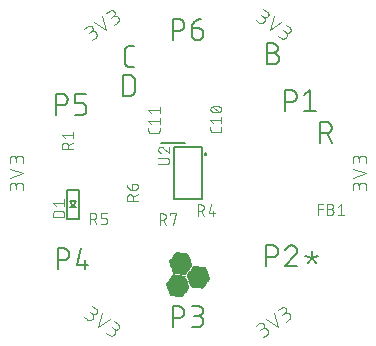
<source format=gbr>
G04 EAGLE Gerber RS-274X export*
G75*
%MOMM*%
%FSLAX34Y34*%
%LPD*%
%INSilkscreen Top*%
%IPPOS*%
%AMOC8*
5,1,8,0,0,1.08239X$1,22.5*%
G01*
%ADD10C,0.101600*%
%ADD11C,0.152400*%
%ADD12R,0.014731X0.014731*%
%ADD13R,0.147319X0.014731*%
%ADD14R,0.265175X0.014731*%
%ADD15R,0.383031X0.014731*%
%ADD16R,0.515619X0.014731*%
%ADD17R,0.633475X0.014731*%
%ADD18R,0.751331X0.014731*%
%ADD19R,0.883919X0.014731*%
%ADD20R,1.001775X0.014731*%
%ADD21R,1.119631X0.014731*%
%ADD22R,1.134363X0.014731*%
%ADD23R,1.149094X0.014731*%
%ADD24R,1.163825X0.014731*%
%ADD25R,1.178556X0.014731*%
%ADD26R,1.193288X0.014731*%
%ADD27R,1.222756X0.014731*%
%ADD28R,1.237488X0.014731*%
%ADD29R,1.266950X0.014731*%
%ADD30R,1.281681X0.014731*%
%ADD31R,1.311144X0.014731*%
%ADD32R,1.325881X0.014731*%
%ADD33R,1.355344X0.014731*%
%ADD34R,1.370075X0.014731*%
%ADD35R,1.384806X0.014731*%
%ADD36R,1.399538X0.014731*%
%ADD37R,1.414275X0.014731*%
%ADD38R,1.443738X0.014731*%
%ADD39R,1.458469X0.014731*%
%ADD40R,1.487931X0.014731*%
%ADD41R,1.502663X0.014731*%
%ADD42R,1.517394X0.014731*%
%ADD43R,1.532125X0.014731*%
%ADD44R,1.546856X0.014731*%
%ADD45R,1.576319X0.014731*%
%ADD46R,1.605788X0.014731*%
%ADD47R,1.620519X0.014731*%
%ADD48R,1.649981X0.014731*%
%ADD49R,1.664713X0.014731*%
%ADD50R,1.694175X0.014731*%
%ADD51R,1.708913X0.014731*%
%ADD52R,1.738375X0.014731*%
%ADD53R,1.753106X0.014731*%
%ADD54R,1.767838X0.014731*%
%ADD55R,1.782569X0.014731*%
%ADD56R,1.797306X0.014731*%
%ADD57R,0.117856X0.014731*%
%ADD58R,1.826769X0.014731*%
%ADD59R,0.235713X0.014731*%
%ADD60R,0.353569X0.014731*%
%ADD61R,1.856231X0.014731*%
%ADD62R,0.486156X0.014731*%
%ADD63R,1.870963X0.014731*%
%ADD64R,0.604013X0.014731*%
%ADD65R,0.721869X0.014731*%
%ADD66R,1.885694X0.014731*%
%ADD67R,0.839719X0.014731*%
%ADD68R,0.972306X0.014731*%
%ADD69R,1.090169X0.014731*%
%ADD70R,1.208025X0.014731*%
%ADD71R,1.252219X0.014731*%
%ADD72R,1.296412X0.014731*%
%ADD73R,1.340612X0.014731*%
%ADD74R,1.826763X0.014731*%
%ADD75R,1.414269X0.014731*%
%ADD76R,1.812031X0.014731*%
%ADD77R,1.429000X0.014731*%
%ADD78R,1.458462X0.014731*%
%ADD79R,1.473200X0.014731*%
%ADD80R,1.723644X0.014731*%
%ADD81R,1.694181X0.014731*%
%ADD82R,1.679450X0.014731*%
%ADD83R,1.561594X0.014731*%
%ADD84R,1.576325X0.014731*%
%ADD85R,1.591056X0.014731*%
%ADD86R,1.635250X0.014731*%
%ADD87R,1.561588X0.014731*%
%ADD88R,1.443731X0.014731*%
%ADD89R,1.797300X0.014731*%
%ADD90R,1.841500X0.014731*%
%ADD91R,1.311150X0.014731*%
%ADD92R,1.296419X0.014731*%
%ADD93R,1.193294X0.014731*%
%ADD94R,0.957575X0.014731*%
%ADD95R,0.589281X0.014731*%
%ADD96R,0.471425X0.014731*%
%ADD97R,0.220975X0.014731*%
%ADD98R,1.812038X0.014731*%
%ADD99R,0.103119X0.014731*%
%ADD100R,0.029463X0.014731*%
%ADD101R,0.162050X0.014731*%
%ADD102R,0.397763X0.014731*%
%ADD103R,0.648206X0.014731*%
%ADD104R,1.679444X0.014731*%
%ADD105R,1.016506X0.014731*%
%ADD106R,1.104900X0.014731*%
%ADD107R,1.222750X0.014731*%
%ADD108R,1.429006X0.014731*%
%ADD109R,1.208019X0.014731*%
%ADD110R,0.987044X0.014731*%
%ADD111R,0.854456X0.014731*%
%ADD112R,0.618744X0.014731*%
%ADD113R,0.500888X0.014731*%
%ADD114R,0.368300X0.014731*%
%ADD115R,0.132587X0.014731*%
%ADD116R,1.664719X0.014731*%
%ADD117R,1.075438X0.014731*%
%ADD118R,0.942844X0.014731*%
%ADD119R,0.707131X0.014731*%
%ADD120R,0.456694X0.014731*%
%ADD121R,0.088388X0.014731*%
%ADD122C,0.127000*%
%ADD123C,0.076200*%
%ADD124C,0.150000*%


D10*
X403428Y475532D02*
X406086Y473670D01*
X406180Y473607D01*
X406276Y473547D01*
X406374Y473490D01*
X406474Y473437D01*
X406576Y473387D01*
X406680Y473341D01*
X406785Y473299D01*
X406891Y473260D01*
X406999Y473225D01*
X407108Y473194D01*
X407218Y473166D01*
X407329Y473143D01*
X407440Y473123D01*
X407552Y473107D01*
X407665Y473095D01*
X407778Y473087D01*
X407891Y473083D01*
X408005Y473083D01*
X408118Y473087D01*
X408231Y473095D01*
X408344Y473107D01*
X408456Y473123D01*
X408567Y473143D01*
X408678Y473166D01*
X408788Y473194D01*
X408897Y473225D01*
X409005Y473260D01*
X409111Y473299D01*
X409216Y473341D01*
X409320Y473387D01*
X409422Y473437D01*
X409522Y473490D01*
X409620Y473547D01*
X409716Y473607D01*
X409810Y473670D01*
X409901Y473737D01*
X409991Y473806D01*
X410078Y473879D01*
X410162Y473955D01*
X410243Y474034D01*
X410322Y474115D01*
X410398Y474199D01*
X410471Y474286D01*
X410540Y474376D01*
X410607Y474467D01*
X410670Y474561D01*
X410730Y474657D01*
X410787Y474755D01*
X410840Y474855D01*
X410890Y474957D01*
X410936Y475061D01*
X410978Y475166D01*
X411017Y475272D01*
X411052Y475380D01*
X411083Y475489D01*
X411111Y475599D01*
X411134Y475710D01*
X411154Y475821D01*
X411170Y475933D01*
X411182Y476046D01*
X411190Y476159D01*
X411194Y476272D01*
X411194Y476386D01*
X411190Y476499D01*
X411182Y476612D01*
X411170Y476725D01*
X411154Y476837D01*
X411134Y476948D01*
X411111Y477059D01*
X411083Y477169D01*
X411052Y477278D01*
X411017Y477386D01*
X410978Y477492D01*
X410936Y477597D01*
X410890Y477701D01*
X410840Y477803D01*
X410787Y477903D01*
X410730Y478001D01*
X410670Y478097D01*
X410607Y478191D01*
X410540Y478282D01*
X410471Y478372D01*
X410398Y478459D01*
X410322Y478543D01*
X410243Y478624D01*
X410162Y478703D01*
X410078Y478779D01*
X409991Y478852D01*
X409902Y478921D01*
X409810Y478988D01*
X413320Y482869D02*
X410129Y485103D01*
X413319Y482869D02*
X413400Y482809D01*
X413479Y482747D01*
X413556Y482681D01*
X413630Y482613D01*
X413701Y482542D01*
X413769Y482468D01*
X413835Y482391D01*
X413897Y482312D01*
X413957Y482231D01*
X414013Y482147D01*
X414066Y482062D01*
X414115Y481974D01*
X414161Y481885D01*
X414204Y481793D01*
X414243Y481700D01*
X414278Y481606D01*
X414310Y481511D01*
X414338Y481414D01*
X414362Y481316D01*
X414382Y481218D01*
X414399Y481118D01*
X414411Y481018D01*
X414420Y480918D01*
X414425Y480818D01*
X414426Y480717D01*
X414423Y480616D01*
X414416Y480516D01*
X414405Y480416D01*
X414391Y480316D01*
X414372Y480217D01*
X414350Y480119D01*
X414324Y480022D01*
X414294Y479925D01*
X414261Y479831D01*
X414224Y479737D01*
X414183Y479645D01*
X414138Y479554D01*
X414091Y479466D01*
X414039Y479379D01*
X413985Y479295D01*
X413927Y479212D01*
X413866Y479132D01*
X413802Y479054D01*
X413735Y478979D01*
X413666Y478906D01*
X413593Y478837D01*
X413518Y478770D01*
X413440Y478706D01*
X413360Y478645D01*
X413277Y478587D01*
X413193Y478533D01*
X413106Y478481D01*
X413018Y478434D01*
X412927Y478389D01*
X412835Y478348D01*
X412741Y478311D01*
X412647Y478278D01*
X412550Y478248D01*
X412453Y478222D01*
X412355Y478200D01*
X412256Y478181D01*
X412156Y478167D01*
X412056Y478156D01*
X411956Y478149D01*
X411855Y478146D01*
X411754Y478147D01*
X411654Y478152D01*
X411554Y478161D01*
X411454Y478173D01*
X411354Y478190D01*
X411256Y478210D01*
X411158Y478234D01*
X411061Y478262D01*
X410966Y478294D01*
X410872Y478329D01*
X410779Y478368D01*
X410687Y478411D01*
X410598Y478457D01*
X410510Y478506D01*
X410425Y478559D01*
X410341Y478615D01*
X408214Y480105D01*
X418960Y478919D02*
X415449Y467114D01*
X425341Y474452D01*
X422153Y462420D02*
X424812Y460558D01*
X424906Y460495D01*
X425002Y460435D01*
X425100Y460378D01*
X425200Y460325D01*
X425302Y460275D01*
X425406Y460229D01*
X425511Y460187D01*
X425617Y460148D01*
X425725Y460113D01*
X425834Y460082D01*
X425944Y460054D01*
X426055Y460031D01*
X426166Y460011D01*
X426278Y459995D01*
X426391Y459983D01*
X426504Y459975D01*
X426617Y459971D01*
X426731Y459971D01*
X426844Y459975D01*
X426957Y459983D01*
X427070Y459995D01*
X427182Y460011D01*
X427293Y460031D01*
X427404Y460054D01*
X427514Y460082D01*
X427623Y460113D01*
X427731Y460148D01*
X427837Y460187D01*
X427942Y460229D01*
X428046Y460275D01*
X428148Y460325D01*
X428248Y460378D01*
X428346Y460435D01*
X428442Y460495D01*
X428536Y460558D01*
X428627Y460625D01*
X428717Y460694D01*
X428804Y460767D01*
X428888Y460843D01*
X428969Y460922D01*
X429048Y461003D01*
X429124Y461087D01*
X429197Y461174D01*
X429266Y461264D01*
X429333Y461355D01*
X429396Y461449D01*
X429456Y461545D01*
X429513Y461643D01*
X429566Y461743D01*
X429616Y461845D01*
X429662Y461949D01*
X429704Y462054D01*
X429743Y462160D01*
X429778Y462268D01*
X429809Y462377D01*
X429837Y462487D01*
X429860Y462598D01*
X429880Y462709D01*
X429896Y462821D01*
X429908Y462934D01*
X429916Y463047D01*
X429920Y463160D01*
X429920Y463274D01*
X429916Y463387D01*
X429908Y463500D01*
X429896Y463613D01*
X429880Y463725D01*
X429860Y463836D01*
X429837Y463947D01*
X429809Y464057D01*
X429778Y464166D01*
X429743Y464274D01*
X429704Y464380D01*
X429662Y464485D01*
X429616Y464589D01*
X429566Y464691D01*
X429513Y464791D01*
X429456Y464889D01*
X429396Y464985D01*
X429333Y465079D01*
X429266Y465170D01*
X429197Y465260D01*
X429124Y465347D01*
X429048Y465431D01*
X428969Y465512D01*
X428888Y465591D01*
X428804Y465667D01*
X428717Y465740D01*
X428628Y465809D01*
X428536Y465876D01*
X432045Y469757D02*
X428855Y471991D01*
X432045Y469757D02*
X432126Y469697D01*
X432205Y469635D01*
X432282Y469569D01*
X432356Y469501D01*
X432427Y469430D01*
X432495Y469356D01*
X432561Y469279D01*
X432623Y469200D01*
X432683Y469119D01*
X432739Y469035D01*
X432792Y468950D01*
X432841Y468862D01*
X432887Y468773D01*
X432930Y468681D01*
X432969Y468588D01*
X433004Y468494D01*
X433036Y468399D01*
X433064Y468302D01*
X433088Y468204D01*
X433108Y468106D01*
X433125Y468006D01*
X433137Y467906D01*
X433146Y467806D01*
X433151Y467706D01*
X433152Y467605D01*
X433149Y467504D01*
X433142Y467404D01*
X433131Y467304D01*
X433117Y467204D01*
X433098Y467105D01*
X433076Y467007D01*
X433050Y466910D01*
X433020Y466813D01*
X432987Y466719D01*
X432950Y466625D01*
X432909Y466533D01*
X432864Y466442D01*
X432817Y466354D01*
X432765Y466267D01*
X432711Y466183D01*
X432653Y466100D01*
X432592Y466020D01*
X432528Y465942D01*
X432461Y465867D01*
X432392Y465794D01*
X432319Y465725D01*
X432244Y465658D01*
X432166Y465594D01*
X432086Y465533D01*
X432003Y465475D01*
X431919Y465421D01*
X431832Y465369D01*
X431744Y465322D01*
X431653Y465277D01*
X431561Y465236D01*
X431467Y465199D01*
X431373Y465166D01*
X431276Y465136D01*
X431179Y465110D01*
X431081Y465088D01*
X430982Y465069D01*
X430882Y465055D01*
X430782Y465044D01*
X430682Y465037D01*
X430581Y465034D01*
X430480Y465035D01*
X430380Y465040D01*
X430280Y465049D01*
X430180Y465061D01*
X430080Y465078D01*
X429982Y465098D01*
X429884Y465122D01*
X429787Y465150D01*
X429692Y465182D01*
X429598Y465217D01*
X429505Y465256D01*
X429413Y465299D01*
X429324Y465345D01*
X429236Y465394D01*
X429151Y465447D01*
X429067Y465503D01*
X426940Y466993D01*
X497242Y334770D02*
X497242Y331524D01*
X497242Y334770D02*
X497240Y334883D01*
X497234Y334996D01*
X497224Y335109D01*
X497210Y335222D01*
X497193Y335334D01*
X497171Y335445D01*
X497146Y335555D01*
X497116Y335665D01*
X497083Y335773D01*
X497046Y335880D01*
X497006Y335986D01*
X496961Y336090D01*
X496913Y336193D01*
X496862Y336294D01*
X496807Y336393D01*
X496749Y336490D01*
X496687Y336585D01*
X496622Y336678D01*
X496554Y336768D01*
X496483Y336856D01*
X496408Y336942D01*
X496331Y337025D01*
X496251Y337105D01*
X496168Y337182D01*
X496082Y337257D01*
X495994Y337328D01*
X495904Y337396D01*
X495811Y337461D01*
X495716Y337523D01*
X495619Y337581D01*
X495520Y337636D01*
X495419Y337687D01*
X495316Y337735D01*
X495212Y337780D01*
X495106Y337820D01*
X494999Y337857D01*
X494891Y337890D01*
X494781Y337920D01*
X494671Y337945D01*
X494560Y337967D01*
X494448Y337984D01*
X494335Y337998D01*
X494222Y338008D01*
X494109Y338014D01*
X493996Y338016D01*
X493883Y338014D01*
X493770Y338008D01*
X493657Y337998D01*
X493544Y337984D01*
X493432Y337967D01*
X493321Y337945D01*
X493211Y337920D01*
X493101Y337890D01*
X492993Y337857D01*
X492886Y337820D01*
X492780Y337780D01*
X492676Y337735D01*
X492573Y337687D01*
X492472Y337636D01*
X492373Y337581D01*
X492276Y337523D01*
X492181Y337461D01*
X492088Y337396D01*
X491998Y337328D01*
X491910Y337257D01*
X491824Y337182D01*
X491741Y337105D01*
X491661Y337025D01*
X491584Y336942D01*
X491509Y336856D01*
X491438Y336768D01*
X491370Y336678D01*
X491305Y336585D01*
X491243Y336490D01*
X491185Y336393D01*
X491130Y336294D01*
X491079Y336193D01*
X491031Y336090D01*
X490986Y335986D01*
X490946Y335880D01*
X490909Y335773D01*
X490876Y335665D01*
X490846Y335555D01*
X490821Y335445D01*
X490799Y335334D01*
X490782Y335222D01*
X490768Y335109D01*
X490758Y334996D01*
X490752Y334883D01*
X490750Y334770D01*
X485558Y335419D02*
X485558Y331524D01*
X485558Y335419D02*
X485560Y335520D01*
X485566Y335620D01*
X485576Y335720D01*
X485589Y335820D01*
X485607Y335919D01*
X485628Y336018D01*
X485653Y336115D01*
X485682Y336212D01*
X485715Y336307D01*
X485751Y336401D01*
X485791Y336493D01*
X485834Y336584D01*
X485881Y336673D01*
X485931Y336760D01*
X485985Y336846D01*
X486042Y336929D01*
X486102Y337009D01*
X486165Y337088D01*
X486232Y337164D01*
X486301Y337237D01*
X486373Y337307D01*
X486447Y337375D01*
X486524Y337440D01*
X486604Y337501D01*
X486686Y337560D01*
X486770Y337615D01*
X486856Y337667D01*
X486944Y337716D01*
X487034Y337761D01*
X487126Y337803D01*
X487219Y337841D01*
X487314Y337875D01*
X487409Y337906D01*
X487506Y337933D01*
X487604Y337956D01*
X487703Y337976D01*
X487803Y337991D01*
X487903Y338003D01*
X488003Y338011D01*
X488104Y338015D01*
X488204Y338015D01*
X488305Y338011D01*
X488405Y338003D01*
X488505Y337991D01*
X488605Y337976D01*
X488704Y337956D01*
X488802Y337933D01*
X488899Y337906D01*
X488994Y337875D01*
X489089Y337841D01*
X489182Y337803D01*
X489274Y337761D01*
X489364Y337716D01*
X489452Y337667D01*
X489538Y337615D01*
X489622Y337560D01*
X489704Y337501D01*
X489784Y337440D01*
X489861Y337375D01*
X489935Y337307D01*
X490007Y337237D01*
X490076Y337164D01*
X490143Y337088D01*
X490206Y337009D01*
X490266Y336929D01*
X490323Y336846D01*
X490377Y336760D01*
X490427Y336673D01*
X490474Y336584D01*
X490517Y336493D01*
X490557Y336401D01*
X490593Y336307D01*
X490626Y336212D01*
X490655Y336115D01*
X490680Y336018D01*
X490701Y335919D01*
X490719Y335820D01*
X490732Y335720D01*
X490742Y335620D01*
X490748Y335520D01*
X490750Y335419D01*
X490751Y335419D02*
X490751Y332823D01*
X485558Y342305D02*
X497242Y346200D01*
X485558Y350095D01*
X497242Y354384D02*
X497242Y357630D01*
X497240Y357743D01*
X497234Y357856D01*
X497224Y357969D01*
X497210Y358082D01*
X497193Y358194D01*
X497171Y358305D01*
X497146Y358415D01*
X497116Y358525D01*
X497083Y358633D01*
X497046Y358740D01*
X497006Y358846D01*
X496961Y358950D01*
X496913Y359053D01*
X496862Y359154D01*
X496807Y359253D01*
X496749Y359350D01*
X496687Y359445D01*
X496622Y359538D01*
X496554Y359628D01*
X496483Y359716D01*
X496408Y359802D01*
X496331Y359885D01*
X496251Y359965D01*
X496168Y360042D01*
X496082Y360117D01*
X495994Y360188D01*
X495904Y360256D01*
X495811Y360321D01*
X495716Y360383D01*
X495619Y360441D01*
X495520Y360496D01*
X495419Y360547D01*
X495316Y360595D01*
X495212Y360640D01*
X495106Y360680D01*
X494999Y360717D01*
X494891Y360750D01*
X494781Y360780D01*
X494671Y360805D01*
X494560Y360827D01*
X494448Y360844D01*
X494335Y360858D01*
X494222Y360868D01*
X494109Y360874D01*
X493996Y360876D01*
X493883Y360874D01*
X493770Y360868D01*
X493657Y360858D01*
X493544Y360844D01*
X493432Y360827D01*
X493321Y360805D01*
X493211Y360780D01*
X493101Y360750D01*
X492993Y360717D01*
X492886Y360680D01*
X492780Y360640D01*
X492676Y360595D01*
X492573Y360547D01*
X492472Y360496D01*
X492373Y360441D01*
X492276Y360383D01*
X492181Y360321D01*
X492088Y360256D01*
X491998Y360188D01*
X491910Y360117D01*
X491824Y360042D01*
X491741Y359965D01*
X491661Y359885D01*
X491584Y359802D01*
X491509Y359716D01*
X491438Y359628D01*
X491370Y359538D01*
X491305Y359445D01*
X491243Y359350D01*
X491185Y359253D01*
X491130Y359154D01*
X491079Y359053D01*
X491031Y358950D01*
X490986Y358846D01*
X490946Y358740D01*
X490909Y358633D01*
X490876Y358525D01*
X490846Y358415D01*
X490821Y358305D01*
X490799Y358194D01*
X490782Y358082D01*
X490768Y357969D01*
X490758Y357856D01*
X490752Y357743D01*
X490750Y357630D01*
X485558Y358279D02*
X485558Y354384D01*
X485558Y358279D02*
X485560Y358380D01*
X485566Y358480D01*
X485576Y358580D01*
X485589Y358680D01*
X485607Y358779D01*
X485628Y358878D01*
X485653Y358975D01*
X485682Y359072D01*
X485715Y359167D01*
X485751Y359261D01*
X485791Y359353D01*
X485834Y359444D01*
X485881Y359533D01*
X485931Y359620D01*
X485985Y359706D01*
X486042Y359789D01*
X486102Y359869D01*
X486165Y359948D01*
X486232Y360024D01*
X486301Y360097D01*
X486373Y360167D01*
X486447Y360235D01*
X486524Y360300D01*
X486604Y360361D01*
X486686Y360420D01*
X486770Y360475D01*
X486856Y360527D01*
X486944Y360576D01*
X487034Y360621D01*
X487126Y360663D01*
X487219Y360701D01*
X487314Y360735D01*
X487409Y360766D01*
X487506Y360793D01*
X487604Y360816D01*
X487703Y360836D01*
X487803Y360851D01*
X487903Y360863D01*
X488003Y360871D01*
X488104Y360875D01*
X488204Y360875D01*
X488305Y360871D01*
X488405Y360863D01*
X488505Y360851D01*
X488605Y360836D01*
X488704Y360816D01*
X488802Y360793D01*
X488899Y360766D01*
X488994Y360735D01*
X489089Y360701D01*
X489182Y360663D01*
X489274Y360621D01*
X489364Y360576D01*
X489452Y360527D01*
X489538Y360475D01*
X489622Y360420D01*
X489704Y360361D01*
X489784Y360300D01*
X489861Y360235D01*
X489935Y360167D01*
X490007Y360097D01*
X490076Y360024D01*
X490143Y359948D01*
X490206Y359869D01*
X490266Y359789D01*
X490323Y359706D01*
X490377Y359620D01*
X490427Y359533D01*
X490474Y359444D01*
X490517Y359353D01*
X490557Y359261D01*
X490593Y359167D01*
X490626Y359072D01*
X490655Y358975D01*
X490680Y358878D01*
X490701Y358779D01*
X490719Y358680D01*
X490732Y358580D01*
X490742Y358480D01*
X490748Y358380D01*
X490750Y358279D01*
X490751Y358279D02*
X490751Y355683D01*
X412788Y209159D02*
X410129Y207297D01*
X412788Y209158D02*
X412879Y209225D01*
X412969Y209294D01*
X413056Y209367D01*
X413140Y209443D01*
X413221Y209522D01*
X413300Y209603D01*
X413376Y209687D01*
X413449Y209774D01*
X413518Y209864D01*
X413585Y209955D01*
X413648Y210049D01*
X413708Y210145D01*
X413765Y210243D01*
X413818Y210343D01*
X413868Y210445D01*
X413914Y210549D01*
X413956Y210654D01*
X413995Y210760D01*
X414030Y210868D01*
X414061Y210977D01*
X414089Y211087D01*
X414112Y211198D01*
X414132Y211309D01*
X414148Y211421D01*
X414160Y211534D01*
X414168Y211647D01*
X414172Y211760D01*
X414172Y211874D01*
X414168Y211987D01*
X414160Y212100D01*
X414148Y212213D01*
X414132Y212325D01*
X414112Y212436D01*
X414089Y212547D01*
X414061Y212657D01*
X414030Y212766D01*
X413995Y212874D01*
X413956Y212980D01*
X413914Y213085D01*
X413868Y213189D01*
X413818Y213291D01*
X413765Y213391D01*
X413708Y213489D01*
X413648Y213585D01*
X413585Y213679D01*
X413518Y213770D01*
X413449Y213860D01*
X413376Y213947D01*
X413300Y214031D01*
X413221Y214112D01*
X413140Y214191D01*
X413056Y214267D01*
X412969Y214340D01*
X412880Y214409D01*
X412788Y214476D01*
X412694Y214539D01*
X412598Y214599D01*
X412500Y214656D01*
X412400Y214709D01*
X412298Y214759D01*
X412194Y214805D01*
X412089Y214847D01*
X411983Y214886D01*
X411875Y214921D01*
X411766Y214952D01*
X411656Y214980D01*
X411545Y215003D01*
X411434Y215023D01*
X411322Y215039D01*
X411209Y215051D01*
X411096Y215059D01*
X410983Y215063D01*
X410869Y215063D01*
X410756Y215059D01*
X410643Y215051D01*
X410530Y215039D01*
X410418Y215023D01*
X410307Y215003D01*
X410196Y214980D01*
X410086Y214952D01*
X409977Y214921D01*
X409869Y214886D01*
X409763Y214847D01*
X409658Y214805D01*
X409554Y214759D01*
X409452Y214709D01*
X409352Y214656D01*
X409254Y214599D01*
X409158Y214539D01*
X409064Y214476D01*
X406618Y219102D02*
X403428Y216868D01*
X406618Y219102D02*
X406702Y219158D01*
X406787Y219211D01*
X406875Y219260D01*
X406964Y219306D01*
X407056Y219349D01*
X407149Y219388D01*
X407243Y219423D01*
X407338Y219455D01*
X407435Y219483D01*
X407533Y219507D01*
X407631Y219527D01*
X407731Y219544D01*
X407831Y219556D01*
X407931Y219565D01*
X408032Y219570D01*
X408132Y219571D01*
X408233Y219568D01*
X408333Y219561D01*
X408433Y219550D01*
X408533Y219536D01*
X408632Y219517D01*
X408730Y219495D01*
X408827Y219469D01*
X408924Y219439D01*
X409019Y219406D01*
X409112Y219369D01*
X409204Y219328D01*
X409295Y219283D01*
X409383Y219236D01*
X409470Y219184D01*
X409554Y219130D01*
X409637Y219072D01*
X409717Y219011D01*
X409795Y218947D01*
X409870Y218880D01*
X409943Y218811D01*
X410012Y218738D01*
X410079Y218663D01*
X410143Y218585D01*
X410204Y218505D01*
X410262Y218422D01*
X410316Y218338D01*
X410368Y218251D01*
X410415Y218163D01*
X410460Y218072D01*
X410501Y217980D01*
X410538Y217886D01*
X410571Y217792D01*
X410601Y217695D01*
X410627Y217598D01*
X410649Y217500D01*
X410668Y217401D01*
X410682Y217301D01*
X410693Y217201D01*
X410700Y217101D01*
X410703Y217000D01*
X410702Y216900D01*
X410697Y216799D01*
X410688Y216699D01*
X410676Y216599D01*
X410659Y216499D01*
X410639Y216401D01*
X410615Y216303D01*
X410587Y216206D01*
X410555Y216111D01*
X410520Y216017D01*
X410481Y215924D01*
X410438Y215832D01*
X410392Y215743D01*
X410343Y215655D01*
X410290Y215570D01*
X410234Y215486D01*
X410174Y215405D01*
X410112Y215326D01*
X410046Y215249D01*
X409978Y215175D01*
X409907Y215104D01*
X409833Y215036D01*
X409756Y214970D01*
X409677Y214908D01*
X409596Y214848D01*
X407470Y213359D01*
X412259Y223052D02*
X422151Y215714D01*
X418639Y227519D01*
X428855Y220409D02*
X431514Y222270D01*
X431605Y222337D01*
X431695Y222406D01*
X431782Y222479D01*
X431866Y222555D01*
X431947Y222634D01*
X432026Y222715D01*
X432102Y222799D01*
X432175Y222886D01*
X432244Y222976D01*
X432311Y223067D01*
X432374Y223161D01*
X432434Y223257D01*
X432491Y223355D01*
X432544Y223455D01*
X432594Y223557D01*
X432640Y223661D01*
X432682Y223766D01*
X432721Y223872D01*
X432756Y223980D01*
X432787Y224089D01*
X432815Y224199D01*
X432838Y224310D01*
X432858Y224421D01*
X432874Y224533D01*
X432886Y224646D01*
X432894Y224759D01*
X432898Y224872D01*
X432898Y224986D01*
X432894Y225099D01*
X432886Y225212D01*
X432874Y225325D01*
X432858Y225437D01*
X432838Y225548D01*
X432815Y225659D01*
X432787Y225769D01*
X432756Y225878D01*
X432721Y225986D01*
X432682Y226092D01*
X432640Y226197D01*
X432594Y226301D01*
X432544Y226403D01*
X432491Y226503D01*
X432434Y226601D01*
X432374Y226697D01*
X432311Y226791D01*
X432244Y226882D01*
X432175Y226972D01*
X432102Y227059D01*
X432026Y227143D01*
X431947Y227224D01*
X431866Y227303D01*
X431782Y227379D01*
X431695Y227452D01*
X431606Y227521D01*
X431514Y227588D01*
X431420Y227651D01*
X431324Y227711D01*
X431226Y227768D01*
X431126Y227821D01*
X431024Y227871D01*
X430920Y227917D01*
X430815Y227959D01*
X430709Y227998D01*
X430601Y228033D01*
X430492Y228064D01*
X430382Y228092D01*
X430271Y228115D01*
X430160Y228135D01*
X430048Y228151D01*
X429935Y228163D01*
X429822Y228171D01*
X429709Y228175D01*
X429595Y228175D01*
X429482Y228171D01*
X429369Y228163D01*
X429256Y228151D01*
X429144Y228135D01*
X429033Y228115D01*
X428922Y228092D01*
X428812Y228064D01*
X428703Y228033D01*
X428595Y227998D01*
X428489Y227959D01*
X428384Y227917D01*
X428280Y227871D01*
X428178Y227821D01*
X428078Y227768D01*
X427980Y227711D01*
X427884Y227651D01*
X427790Y227588D01*
X425344Y232214D02*
X422153Y229980D01*
X425344Y232214D02*
X425428Y232270D01*
X425513Y232323D01*
X425601Y232372D01*
X425690Y232418D01*
X425782Y232461D01*
X425875Y232500D01*
X425969Y232535D01*
X426064Y232567D01*
X426161Y232595D01*
X426259Y232619D01*
X426357Y232639D01*
X426457Y232656D01*
X426557Y232668D01*
X426657Y232677D01*
X426758Y232682D01*
X426858Y232683D01*
X426959Y232680D01*
X427059Y232673D01*
X427159Y232662D01*
X427259Y232648D01*
X427358Y232629D01*
X427456Y232607D01*
X427553Y232581D01*
X427650Y232551D01*
X427745Y232518D01*
X427838Y232481D01*
X427930Y232440D01*
X428021Y232395D01*
X428109Y232348D01*
X428196Y232296D01*
X428280Y232242D01*
X428363Y232184D01*
X428443Y232123D01*
X428521Y232059D01*
X428596Y231992D01*
X428669Y231923D01*
X428738Y231850D01*
X428805Y231775D01*
X428869Y231697D01*
X428930Y231617D01*
X428988Y231534D01*
X429042Y231450D01*
X429094Y231363D01*
X429141Y231275D01*
X429186Y231184D01*
X429227Y231092D01*
X429264Y230998D01*
X429297Y230904D01*
X429327Y230807D01*
X429353Y230710D01*
X429375Y230612D01*
X429394Y230513D01*
X429408Y230413D01*
X429419Y230313D01*
X429426Y230213D01*
X429429Y230112D01*
X429428Y230012D01*
X429423Y229911D01*
X429414Y229811D01*
X429402Y229711D01*
X429385Y229611D01*
X429365Y229513D01*
X429341Y229415D01*
X429313Y229318D01*
X429281Y229223D01*
X429246Y229129D01*
X429207Y229036D01*
X429164Y228944D01*
X429118Y228855D01*
X429069Y228767D01*
X429016Y228682D01*
X428960Y228598D01*
X428900Y228517D01*
X428838Y228438D01*
X428772Y228361D01*
X428704Y228287D01*
X428633Y228216D01*
X428559Y228148D01*
X428482Y228082D01*
X428403Y228020D01*
X428322Y227960D01*
X426195Y226471D01*
X260886Y222270D02*
X258228Y224132D01*
X260886Y222270D02*
X260980Y222207D01*
X261076Y222147D01*
X261174Y222090D01*
X261274Y222037D01*
X261376Y221987D01*
X261480Y221941D01*
X261585Y221899D01*
X261691Y221860D01*
X261799Y221825D01*
X261908Y221794D01*
X262018Y221766D01*
X262129Y221743D01*
X262240Y221723D01*
X262352Y221707D01*
X262465Y221695D01*
X262578Y221687D01*
X262691Y221683D01*
X262805Y221683D01*
X262918Y221687D01*
X263031Y221695D01*
X263144Y221707D01*
X263256Y221723D01*
X263367Y221743D01*
X263478Y221766D01*
X263588Y221794D01*
X263697Y221825D01*
X263805Y221860D01*
X263911Y221899D01*
X264016Y221941D01*
X264120Y221987D01*
X264222Y222037D01*
X264322Y222090D01*
X264420Y222147D01*
X264516Y222207D01*
X264610Y222270D01*
X264701Y222337D01*
X264791Y222406D01*
X264878Y222479D01*
X264962Y222555D01*
X265043Y222634D01*
X265122Y222715D01*
X265198Y222799D01*
X265271Y222886D01*
X265340Y222976D01*
X265407Y223067D01*
X265470Y223161D01*
X265530Y223257D01*
X265587Y223355D01*
X265640Y223455D01*
X265690Y223557D01*
X265736Y223661D01*
X265778Y223766D01*
X265817Y223872D01*
X265852Y223980D01*
X265883Y224089D01*
X265911Y224199D01*
X265934Y224310D01*
X265954Y224421D01*
X265970Y224533D01*
X265982Y224646D01*
X265990Y224759D01*
X265994Y224872D01*
X265994Y224986D01*
X265990Y225099D01*
X265982Y225212D01*
X265970Y225325D01*
X265954Y225437D01*
X265934Y225548D01*
X265911Y225659D01*
X265883Y225769D01*
X265852Y225878D01*
X265817Y225986D01*
X265778Y226092D01*
X265736Y226197D01*
X265690Y226301D01*
X265640Y226403D01*
X265587Y226503D01*
X265530Y226601D01*
X265470Y226697D01*
X265407Y226791D01*
X265340Y226882D01*
X265271Y226972D01*
X265198Y227059D01*
X265122Y227143D01*
X265043Y227224D01*
X264962Y227303D01*
X264878Y227379D01*
X264791Y227452D01*
X264702Y227521D01*
X264610Y227588D01*
X268120Y231469D02*
X264929Y233703D01*
X268119Y231469D02*
X268200Y231409D01*
X268279Y231347D01*
X268356Y231281D01*
X268430Y231213D01*
X268501Y231142D01*
X268569Y231068D01*
X268635Y230991D01*
X268697Y230912D01*
X268757Y230831D01*
X268813Y230747D01*
X268866Y230662D01*
X268915Y230574D01*
X268961Y230485D01*
X269004Y230393D01*
X269043Y230300D01*
X269078Y230206D01*
X269110Y230111D01*
X269138Y230014D01*
X269162Y229916D01*
X269182Y229818D01*
X269199Y229718D01*
X269211Y229618D01*
X269220Y229518D01*
X269225Y229418D01*
X269226Y229317D01*
X269223Y229216D01*
X269216Y229116D01*
X269205Y229016D01*
X269191Y228916D01*
X269172Y228817D01*
X269150Y228719D01*
X269124Y228622D01*
X269094Y228525D01*
X269061Y228431D01*
X269024Y228337D01*
X268983Y228245D01*
X268938Y228154D01*
X268891Y228066D01*
X268839Y227979D01*
X268785Y227895D01*
X268727Y227812D01*
X268666Y227732D01*
X268602Y227654D01*
X268535Y227579D01*
X268466Y227506D01*
X268393Y227437D01*
X268318Y227370D01*
X268240Y227306D01*
X268160Y227245D01*
X268077Y227187D01*
X267993Y227133D01*
X267906Y227081D01*
X267818Y227034D01*
X267727Y226989D01*
X267635Y226948D01*
X267541Y226911D01*
X267447Y226878D01*
X267350Y226848D01*
X267253Y226822D01*
X267155Y226800D01*
X267056Y226781D01*
X266956Y226767D01*
X266856Y226756D01*
X266756Y226749D01*
X266655Y226746D01*
X266554Y226747D01*
X266454Y226752D01*
X266354Y226761D01*
X266254Y226773D01*
X266154Y226790D01*
X266056Y226810D01*
X265958Y226834D01*
X265861Y226862D01*
X265766Y226894D01*
X265672Y226929D01*
X265579Y226968D01*
X265487Y227011D01*
X265398Y227057D01*
X265310Y227106D01*
X265225Y227159D01*
X265141Y227215D01*
X263014Y228705D01*
X273760Y227519D02*
X270249Y215714D01*
X280141Y223052D01*
X276953Y211020D02*
X279612Y209158D01*
X279706Y209095D01*
X279802Y209035D01*
X279900Y208978D01*
X280000Y208925D01*
X280102Y208875D01*
X280206Y208829D01*
X280311Y208787D01*
X280417Y208748D01*
X280525Y208713D01*
X280634Y208682D01*
X280744Y208654D01*
X280855Y208631D01*
X280966Y208611D01*
X281078Y208595D01*
X281191Y208583D01*
X281304Y208575D01*
X281417Y208571D01*
X281531Y208571D01*
X281644Y208575D01*
X281757Y208583D01*
X281870Y208595D01*
X281982Y208611D01*
X282093Y208631D01*
X282204Y208654D01*
X282314Y208682D01*
X282423Y208713D01*
X282531Y208748D01*
X282637Y208787D01*
X282742Y208829D01*
X282846Y208875D01*
X282948Y208925D01*
X283048Y208978D01*
X283146Y209035D01*
X283242Y209095D01*
X283336Y209158D01*
X283427Y209225D01*
X283517Y209294D01*
X283604Y209367D01*
X283688Y209443D01*
X283769Y209522D01*
X283848Y209603D01*
X283924Y209687D01*
X283997Y209774D01*
X284066Y209864D01*
X284133Y209955D01*
X284196Y210049D01*
X284256Y210145D01*
X284313Y210243D01*
X284366Y210343D01*
X284416Y210445D01*
X284462Y210549D01*
X284504Y210654D01*
X284543Y210760D01*
X284578Y210868D01*
X284609Y210977D01*
X284637Y211087D01*
X284660Y211198D01*
X284680Y211309D01*
X284696Y211421D01*
X284708Y211534D01*
X284716Y211647D01*
X284720Y211760D01*
X284720Y211874D01*
X284716Y211987D01*
X284708Y212100D01*
X284696Y212213D01*
X284680Y212325D01*
X284660Y212436D01*
X284637Y212547D01*
X284609Y212657D01*
X284578Y212766D01*
X284543Y212874D01*
X284504Y212980D01*
X284462Y213085D01*
X284416Y213189D01*
X284366Y213291D01*
X284313Y213391D01*
X284256Y213489D01*
X284196Y213585D01*
X284133Y213679D01*
X284066Y213770D01*
X283997Y213860D01*
X283924Y213947D01*
X283848Y214031D01*
X283769Y214112D01*
X283688Y214191D01*
X283604Y214267D01*
X283517Y214340D01*
X283428Y214409D01*
X283336Y214476D01*
X286845Y218357D02*
X283655Y220591D01*
X286845Y218357D02*
X286926Y218297D01*
X287005Y218235D01*
X287082Y218169D01*
X287156Y218101D01*
X287227Y218030D01*
X287295Y217956D01*
X287361Y217879D01*
X287423Y217800D01*
X287483Y217719D01*
X287539Y217635D01*
X287592Y217550D01*
X287641Y217462D01*
X287687Y217373D01*
X287730Y217281D01*
X287769Y217188D01*
X287804Y217094D01*
X287836Y216999D01*
X287864Y216902D01*
X287888Y216804D01*
X287908Y216706D01*
X287925Y216606D01*
X287937Y216506D01*
X287946Y216406D01*
X287951Y216306D01*
X287952Y216205D01*
X287949Y216104D01*
X287942Y216004D01*
X287931Y215904D01*
X287917Y215804D01*
X287898Y215705D01*
X287876Y215607D01*
X287850Y215510D01*
X287820Y215413D01*
X287787Y215319D01*
X287750Y215225D01*
X287709Y215133D01*
X287664Y215042D01*
X287617Y214954D01*
X287565Y214867D01*
X287511Y214783D01*
X287453Y214700D01*
X287392Y214620D01*
X287328Y214542D01*
X287261Y214467D01*
X287192Y214394D01*
X287119Y214325D01*
X287044Y214258D01*
X286966Y214194D01*
X286886Y214133D01*
X286803Y214075D01*
X286719Y214021D01*
X286632Y213969D01*
X286544Y213922D01*
X286453Y213877D01*
X286361Y213836D01*
X286267Y213799D01*
X286173Y213766D01*
X286076Y213736D01*
X285979Y213710D01*
X285881Y213688D01*
X285782Y213669D01*
X285682Y213655D01*
X285582Y213644D01*
X285482Y213637D01*
X285381Y213634D01*
X285280Y213635D01*
X285180Y213640D01*
X285080Y213649D01*
X284980Y213661D01*
X284880Y213678D01*
X284782Y213698D01*
X284684Y213722D01*
X284587Y213750D01*
X284492Y213782D01*
X284398Y213817D01*
X284305Y213856D01*
X284213Y213899D01*
X284124Y213945D01*
X284036Y213994D01*
X283951Y214047D01*
X283867Y214103D01*
X281740Y215593D01*
X206842Y331524D02*
X206842Y334770D01*
X206840Y334883D01*
X206834Y334996D01*
X206824Y335109D01*
X206810Y335222D01*
X206793Y335334D01*
X206771Y335445D01*
X206746Y335555D01*
X206716Y335665D01*
X206683Y335773D01*
X206646Y335880D01*
X206606Y335986D01*
X206561Y336090D01*
X206513Y336193D01*
X206462Y336294D01*
X206407Y336393D01*
X206349Y336490D01*
X206287Y336585D01*
X206222Y336678D01*
X206154Y336768D01*
X206083Y336856D01*
X206008Y336942D01*
X205931Y337025D01*
X205851Y337105D01*
X205768Y337182D01*
X205682Y337257D01*
X205594Y337328D01*
X205504Y337396D01*
X205411Y337461D01*
X205316Y337523D01*
X205219Y337581D01*
X205120Y337636D01*
X205019Y337687D01*
X204916Y337735D01*
X204812Y337780D01*
X204706Y337820D01*
X204599Y337857D01*
X204491Y337890D01*
X204381Y337920D01*
X204271Y337945D01*
X204160Y337967D01*
X204048Y337984D01*
X203935Y337998D01*
X203822Y338008D01*
X203709Y338014D01*
X203596Y338016D01*
X203483Y338014D01*
X203370Y338008D01*
X203257Y337998D01*
X203144Y337984D01*
X203032Y337967D01*
X202921Y337945D01*
X202811Y337920D01*
X202701Y337890D01*
X202593Y337857D01*
X202486Y337820D01*
X202380Y337780D01*
X202276Y337735D01*
X202173Y337687D01*
X202072Y337636D01*
X201973Y337581D01*
X201876Y337523D01*
X201781Y337461D01*
X201688Y337396D01*
X201598Y337328D01*
X201510Y337257D01*
X201424Y337182D01*
X201341Y337105D01*
X201261Y337025D01*
X201184Y336942D01*
X201109Y336856D01*
X201038Y336768D01*
X200970Y336678D01*
X200905Y336585D01*
X200843Y336490D01*
X200785Y336393D01*
X200730Y336294D01*
X200679Y336193D01*
X200631Y336090D01*
X200586Y335986D01*
X200546Y335880D01*
X200509Y335773D01*
X200476Y335665D01*
X200446Y335555D01*
X200421Y335445D01*
X200399Y335334D01*
X200382Y335222D01*
X200368Y335109D01*
X200358Y334996D01*
X200352Y334883D01*
X200350Y334770D01*
X195158Y335419D02*
X195158Y331524D01*
X195158Y335419D02*
X195160Y335520D01*
X195166Y335620D01*
X195176Y335720D01*
X195189Y335820D01*
X195207Y335919D01*
X195228Y336018D01*
X195253Y336115D01*
X195282Y336212D01*
X195315Y336307D01*
X195351Y336401D01*
X195391Y336493D01*
X195434Y336584D01*
X195481Y336673D01*
X195531Y336760D01*
X195585Y336846D01*
X195642Y336929D01*
X195702Y337009D01*
X195765Y337088D01*
X195832Y337164D01*
X195901Y337237D01*
X195973Y337307D01*
X196047Y337375D01*
X196124Y337440D01*
X196204Y337501D01*
X196286Y337560D01*
X196370Y337615D01*
X196456Y337667D01*
X196544Y337716D01*
X196634Y337761D01*
X196726Y337803D01*
X196819Y337841D01*
X196914Y337875D01*
X197009Y337906D01*
X197106Y337933D01*
X197204Y337956D01*
X197303Y337976D01*
X197403Y337991D01*
X197503Y338003D01*
X197603Y338011D01*
X197704Y338015D01*
X197804Y338015D01*
X197905Y338011D01*
X198005Y338003D01*
X198105Y337991D01*
X198205Y337976D01*
X198304Y337956D01*
X198402Y337933D01*
X198499Y337906D01*
X198594Y337875D01*
X198689Y337841D01*
X198782Y337803D01*
X198874Y337761D01*
X198964Y337716D01*
X199052Y337667D01*
X199138Y337615D01*
X199222Y337560D01*
X199304Y337501D01*
X199384Y337440D01*
X199461Y337375D01*
X199535Y337307D01*
X199607Y337237D01*
X199676Y337164D01*
X199743Y337088D01*
X199806Y337009D01*
X199866Y336929D01*
X199923Y336846D01*
X199977Y336760D01*
X200027Y336673D01*
X200074Y336584D01*
X200117Y336493D01*
X200157Y336401D01*
X200193Y336307D01*
X200226Y336212D01*
X200255Y336115D01*
X200280Y336018D01*
X200301Y335919D01*
X200319Y335820D01*
X200332Y335720D01*
X200342Y335620D01*
X200348Y335520D01*
X200350Y335419D01*
X200351Y335419D02*
X200351Y332823D01*
X195158Y342305D02*
X206842Y346200D01*
X195158Y350095D01*
X206842Y354384D02*
X206842Y357630D01*
X206840Y357743D01*
X206834Y357856D01*
X206824Y357969D01*
X206810Y358082D01*
X206793Y358194D01*
X206771Y358305D01*
X206746Y358415D01*
X206716Y358525D01*
X206683Y358633D01*
X206646Y358740D01*
X206606Y358846D01*
X206561Y358950D01*
X206513Y359053D01*
X206462Y359154D01*
X206407Y359253D01*
X206349Y359350D01*
X206287Y359445D01*
X206222Y359538D01*
X206154Y359628D01*
X206083Y359716D01*
X206008Y359802D01*
X205931Y359885D01*
X205851Y359965D01*
X205768Y360042D01*
X205682Y360117D01*
X205594Y360188D01*
X205504Y360256D01*
X205411Y360321D01*
X205316Y360383D01*
X205219Y360441D01*
X205120Y360496D01*
X205019Y360547D01*
X204916Y360595D01*
X204812Y360640D01*
X204706Y360680D01*
X204599Y360717D01*
X204491Y360750D01*
X204381Y360780D01*
X204271Y360805D01*
X204160Y360827D01*
X204048Y360844D01*
X203935Y360858D01*
X203822Y360868D01*
X203709Y360874D01*
X203596Y360876D01*
X203483Y360874D01*
X203370Y360868D01*
X203257Y360858D01*
X203144Y360844D01*
X203032Y360827D01*
X202921Y360805D01*
X202811Y360780D01*
X202701Y360750D01*
X202593Y360717D01*
X202486Y360680D01*
X202380Y360640D01*
X202276Y360595D01*
X202173Y360547D01*
X202072Y360496D01*
X201973Y360441D01*
X201876Y360383D01*
X201781Y360321D01*
X201688Y360256D01*
X201598Y360188D01*
X201510Y360117D01*
X201424Y360042D01*
X201341Y359965D01*
X201261Y359885D01*
X201184Y359802D01*
X201109Y359716D01*
X201038Y359628D01*
X200970Y359538D01*
X200905Y359445D01*
X200843Y359350D01*
X200785Y359253D01*
X200730Y359154D01*
X200679Y359053D01*
X200631Y358950D01*
X200586Y358846D01*
X200546Y358740D01*
X200509Y358633D01*
X200476Y358525D01*
X200446Y358415D01*
X200421Y358305D01*
X200399Y358194D01*
X200382Y358082D01*
X200368Y357969D01*
X200358Y357856D01*
X200352Y357743D01*
X200350Y357630D01*
X195158Y358279D02*
X195158Y354384D01*
X195158Y358279D02*
X195160Y358380D01*
X195166Y358480D01*
X195176Y358580D01*
X195189Y358680D01*
X195207Y358779D01*
X195228Y358878D01*
X195253Y358975D01*
X195282Y359072D01*
X195315Y359167D01*
X195351Y359261D01*
X195391Y359353D01*
X195434Y359444D01*
X195481Y359533D01*
X195531Y359620D01*
X195585Y359706D01*
X195642Y359789D01*
X195702Y359869D01*
X195765Y359948D01*
X195832Y360024D01*
X195901Y360097D01*
X195973Y360167D01*
X196047Y360235D01*
X196124Y360300D01*
X196204Y360361D01*
X196286Y360420D01*
X196370Y360475D01*
X196456Y360527D01*
X196544Y360576D01*
X196634Y360621D01*
X196726Y360663D01*
X196819Y360701D01*
X196914Y360735D01*
X197009Y360766D01*
X197106Y360793D01*
X197204Y360816D01*
X197303Y360836D01*
X197403Y360851D01*
X197503Y360863D01*
X197603Y360871D01*
X197704Y360875D01*
X197804Y360875D01*
X197905Y360871D01*
X198005Y360863D01*
X198105Y360851D01*
X198205Y360836D01*
X198304Y360816D01*
X198402Y360793D01*
X198499Y360766D01*
X198594Y360735D01*
X198689Y360701D01*
X198782Y360663D01*
X198874Y360621D01*
X198964Y360576D01*
X199052Y360527D01*
X199138Y360475D01*
X199222Y360420D01*
X199304Y360361D01*
X199384Y360300D01*
X199461Y360235D01*
X199535Y360167D01*
X199607Y360097D01*
X199676Y360024D01*
X199743Y359948D01*
X199806Y359869D01*
X199866Y359789D01*
X199923Y359706D01*
X199977Y359620D01*
X200027Y359533D01*
X200074Y359444D01*
X200117Y359353D01*
X200157Y359261D01*
X200193Y359167D01*
X200226Y359072D01*
X200255Y358975D01*
X200280Y358878D01*
X200301Y358779D01*
X200319Y358680D01*
X200332Y358580D01*
X200342Y358480D01*
X200348Y358380D01*
X200350Y358279D01*
X200351Y358279D02*
X200351Y355683D01*
X264929Y458697D02*
X267588Y460559D01*
X267588Y460558D02*
X267679Y460625D01*
X267769Y460694D01*
X267856Y460767D01*
X267940Y460843D01*
X268021Y460922D01*
X268100Y461003D01*
X268176Y461087D01*
X268249Y461174D01*
X268318Y461264D01*
X268385Y461355D01*
X268448Y461449D01*
X268508Y461545D01*
X268565Y461643D01*
X268618Y461743D01*
X268668Y461845D01*
X268714Y461949D01*
X268756Y462054D01*
X268795Y462160D01*
X268830Y462268D01*
X268861Y462377D01*
X268889Y462487D01*
X268912Y462598D01*
X268932Y462709D01*
X268948Y462821D01*
X268960Y462934D01*
X268968Y463047D01*
X268972Y463160D01*
X268972Y463274D01*
X268968Y463387D01*
X268960Y463500D01*
X268948Y463613D01*
X268932Y463725D01*
X268912Y463836D01*
X268889Y463947D01*
X268861Y464057D01*
X268830Y464166D01*
X268795Y464274D01*
X268756Y464380D01*
X268714Y464485D01*
X268668Y464589D01*
X268618Y464691D01*
X268565Y464791D01*
X268508Y464889D01*
X268448Y464985D01*
X268385Y465079D01*
X268318Y465170D01*
X268249Y465260D01*
X268176Y465347D01*
X268100Y465431D01*
X268021Y465512D01*
X267940Y465591D01*
X267856Y465667D01*
X267769Y465740D01*
X267680Y465809D01*
X267588Y465876D01*
X267494Y465939D01*
X267398Y465999D01*
X267300Y466056D01*
X267200Y466109D01*
X267098Y466159D01*
X266994Y466205D01*
X266889Y466247D01*
X266783Y466286D01*
X266675Y466321D01*
X266566Y466352D01*
X266456Y466380D01*
X266345Y466403D01*
X266234Y466423D01*
X266122Y466439D01*
X266009Y466451D01*
X265896Y466459D01*
X265783Y466463D01*
X265669Y466463D01*
X265556Y466459D01*
X265443Y466451D01*
X265330Y466439D01*
X265218Y466423D01*
X265107Y466403D01*
X264996Y466380D01*
X264886Y466352D01*
X264777Y466321D01*
X264669Y466286D01*
X264563Y466247D01*
X264458Y466205D01*
X264354Y466159D01*
X264252Y466109D01*
X264152Y466056D01*
X264054Y465999D01*
X263958Y465939D01*
X263864Y465876D01*
X261418Y470502D02*
X258228Y468268D01*
X261418Y470502D02*
X261502Y470558D01*
X261587Y470611D01*
X261675Y470660D01*
X261764Y470706D01*
X261856Y470749D01*
X261949Y470788D01*
X262043Y470823D01*
X262138Y470855D01*
X262235Y470883D01*
X262333Y470907D01*
X262431Y470927D01*
X262531Y470944D01*
X262631Y470956D01*
X262731Y470965D01*
X262832Y470970D01*
X262932Y470971D01*
X263033Y470968D01*
X263133Y470961D01*
X263233Y470950D01*
X263333Y470936D01*
X263432Y470917D01*
X263530Y470895D01*
X263627Y470869D01*
X263724Y470839D01*
X263819Y470806D01*
X263912Y470769D01*
X264004Y470728D01*
X264095Y470683D01*
X264183Y470636D01*
X264270Y470584D01*
X264354Y470530D01*
X264437Y470472D01*
X264517Y470411D01*
X264595Y470347D01*
X264670Y470280D01*
X264743Y470211D01*
X264812Y470138D01*
X264879Y470063D01*
X264943Y469985D01*
X265004Y469905D01*
X265062Y469822D01*
X265116Y469738D01*
X265168Y469651D01*
X265215Y469563D01*
X265260Y469472D01*
X265301Y469380D01*
X265338Y469286D01*
X265371Y469192D01*
X265401Y469095D01*
X265427Y468998D01*
X265449Y468900D01*
X265468Y468801D01*
X265482Y468701D01*
X265493Y468601D01*
X265500Y468501D01*
X265503Y468400D01*
X265502Y468300D01*
X265497Y468199D01*
X265488Y468099D01*
X265476Y467999D01*
X265459Y467899D01*
X265439Y467801D01*
X265415Y467703D01*
X265387Y467606D01*
X265355Y467511D01*
X265320Y467417D01*
X265281Y467324D01*
X265238Y467232D01*
X265192Y467143D01*
X265143Y467055D01*
X265090Y466970D01*
X265034Y466886D01*
X264974Y466805D01*
X264912Y466726D01*
X264846Y466649D01*
X264778Y466575D01*
X264707Y466504D01*
X264633Y466436D01*
X264556Y466370D01*
X264477Y466308D01*
X264396Y466248D01*
X262270Y464759D01*
X267059Y474452D02*
X276951Y467114D01*
X273439Y478919D01*
X283655Y471809D02*
X286314Y473670D01*
X286405Y473737D01*
X286495Y473806D01*
X286582Y473879D01*
X286666Y473955D01*
X286747Y474034D01*
X286826Y474115D01*
X286902Y474199D01*
X286975Y474286D01*
X287044Y474376D01*
X287111Y474467D01*
X287174Y474561D01*
X287234Y474657D01*
X287291Y474755D01*
X287344Y474855D01*
X287394Y474957D01*
X287440Y475061D01*
X287482Y475166D01*
X287521Y475272D01*
X287556Y475380D01*
X287587Y475489D01*
X287615Y475599D01*
X287638Y475710D01*
X287658Y475821D01*
X287674Y475933D01*
X287686Y476046D01*
X287694Y476159D01*
X287698Y476272D01*
X287698Y476386D01*
X287694Y476499D01*
X287686Y476612D01*
X287674Y476725D01*
X287658Y476837D01*
X287638Y476948D01*
X287615Y477059D01*
X287587Y477169D01*
X287556Y477278D01*
X287521Y477386D01*
X287482Y477492D01*
X287440Y477597D01*
X287394Y477701D01*
X287344Y477803D01*
X287291Y477903D01*
X287234Y478001D01*
X287174Y478097D01*
X287111Y478191D01*
X287044Y478282D01*
X286975Y478372D01*
X286902Y478459D01*
X286826Y478543D01*
X286747Y478624D01*
X286666Y478703D01*
X286582Y478779D01*
X286495Y478852D01*
X286406Y478921D01*
X286314Y478988D01*
X286220Y479051D01*
X286124Y479111D01*
X286026Y479168D01*
X285926Y479221D01*
X285824Y479271D01*
X285720Y479317D01*
X285615Y479359D01*
X285509Y479398D01*
X285401Y479433D01*
X285292Y479464D01*
X285182Y479492D01*
X285071Y479515D01*
X284960Y479535D01*
X284848Y479551D01*
X284735Y479563D01*
X284622Y479571D01*
X284509Y479575D01*
X284395Y479575D01*
X284282Y479571D01*
X284169Y479563D01*
X284056Y479551D01*
X283944Y479535D01*
X283833Y479515D01*
X283722Y479492D01*
X283612Y479464D01*
X283503Y479433D01*
X283395Y479398D01*
X283289Y479359D01*
X283184Y479317D01*
X283080Y479271D01*
X282978Y479221D01*
X282878Y479168D01*
X282780Y479111D01*
X282684Y479051D01*
X282590Y478988D01*
X280144Y483614D02*
X276953Y481380D01*
X280144Y483614D02*
X280228Y483670D01*
X280313Y483723D01*
X280401Y483772D01*
X280490Y483818D01*
X280582Y483861D01*
X280675Y483900D01*
X280769Y483935D01*
X280864Y483967D01*
X280961Y483995D01*
X281059Y484019D01*
X281157Y484039D01*
X281257Y484056D01*
X281357Y484068D01*
X281457Y484077D01*
X281558Y484082D01*
X281658Y484083D01*
X281759Y484080D01*
X281859Y484073D01*
X281959Y484062D01*
X282059Y484048D01*
X282158Y484029D01*
X282256Y484007D01*
X282353Y483981D01*
X282450Y483951D01*
X282545Y483918D01*
X282638Y483881D01*
X282730Y483840D01*
X282821Y483795D01*
X282909Y483748D01*
X282996Y483696D01*
X283080Y483642D01*
X283163Y483584D01*
X283243Y483523D01*
X283321Y483459D01*
X283396Y483392D01*
X283469Y483323D01*
X283538Y483250D01*
X283605Y483175D01*
X283669Y483097D01*
X283730Y483017D01*
X283788Y482934D01*
X283842Y482850D01*
X283894Y482763D01*
X283941Y482675D01*
X283986Y482584D01*
X284027Y482492D01*
X284064Y482398D01*
X284097Y482304D01*
X284127Y482207D01*
X284153Y482110D01*
X284175Y482012D01*
X284194Y481913D01*
X284208Y481813D01*
X284219Y481713D01*
X284226Y481613D01*
X284229Y481512D01*
X284228Y481412D01*
X284223Y481311D01*
X284214Y481211D01*
X284202Y481111D01*
X284185Y481011D01*
X284165Y480913D01*
X284141Y480815D01*
X284113Y480718D01*
X284081Y480623D01*
X284046Y480529D01*
X284007Y480436D01*
X283964Y480344D01*
X283918Y480255D01*
X283869Y480167D01*
X283816Y480082D01*
X283760Y479998D01*
X283700Y479917D01*
X283638Y479838D01*
X283572Y479761D01*
X283504Y479687D01*
X283433Y479616D01*
X283359Y479548D01*
X283282Y479482D01*
X283203Y479420D01*
X283122Y479360D01*
X280995Y477871D01*
D11*
X428679Y416399D02*
X428679Y398619D01*
X428679Y416399D02*
X433618Y416399D01*
X433758Y416397D01*
X433897Y416391D01*
X434037Y416381D01*
X434176Y416367D01*
X434315Y416350D01*
X434453Y416328D01*
X434590Y416302D01*
X434727Y416273D01*
X434863Y416240D01*
X434997Y416203D01*
X435131Y416162D01*
X435263Y416117D01*
X435395Y416068D01*
X435524Y416016D01*
X435652Y415961D01*
X435779Y415901D01*
X435904Y415838D01*
X436027Y415772D01*
X436148Y415702D01*
X436267Y415629D01*
X436384Y415552D01*
X436498Y415472D01*
X436611Y415389D01*
X436721Y415303D01*
X436828Y415213D01*
X436933Y415121D01*
X437035Y415026D01*
X437135Y414928D01*
X437232Y414827D01*
X437326Y414723D01*
X437416Y414617D01*
X437504Y414508D01*
X437589Y414397D01*
X437670Y414283D01*
X437749Y414168D01*
X437824Y414050D01*
X437895Y413930D01*
X437963Y413807D01*
X438028Y413684D01*
X438089Y413558D01*
X438147Y413430D01*
X438201Y413302D01*
X438251Y413171D01*
X438298Y413039D01*
X438341Y412906D01*
X438380Y412772D01*
X438415Y412637D01*
X438446Y412501D01*
X438474Y412363D01*
X438497Y412226D01*
X438517Y412087D01*
X438533Y411948D01*
X438545Y411809D01*
X438553Y411670D01*
X438557Y411530D01*
X438557Y411390D01*
X438553Y411250D01*
X438545Y411111D01*
X438533Y410972D01*
X438517Y410833D01*
X438497Y410694D01*
X438474Y410557D01*
X438446Y410419D01*
X438415Y410283D01*
X438380Y410148D01*
X438341Y410014D01*
X438298Y409881D01*
X438251Y409749D01*
X438201Y409618D01*
X438147Y409490D01*
X438089Y409362D01*
X438028Y409236D01*
X437963Y409113D01*
X437895Y408991D01*
X437824Y408870D01*
X437749Y408752D01*
X437670Y408637D01*
X437589Y408523D01*
X437504Y408412D01*
X437416Y408303D01*
X437326Y408197D01*
X437232Y408093D01*
X437135Y407992D01*
X437035Y407894D01*
X436933Y407799D01*
X436828Y407707D01*
X436721Y407617D01*
X436611Y407531D01*
X436498Y407448D01*
X436384Y407368D01*
X436267Y407291D01*
X436148Y407218D01*
X436027Y407148D01*
X435904Y407082D01*
X435779Y407019D01*
X435652Y406959D01*
X435524Y406904D01*
X435395Y406852D01*
X435263Y406803D01*
X435131Y406758D01*
X434997Y406717D01*
X434863Y406680D01*
X434727Y406647D01*
X434590Y406618D01*
X434453Y406592D01*
X434315Y406570D01*
X434176Y406553D01*
X434037Y406539D01*
X433897Y406529D01*
X433758Y406523D01*
X433618Y406521D01*
X428679Y406521D01*
X444674Y412447D02*
X449613Y416399D01*
X449613Y398619D01*
X444674Y398619D02*
X454552Y398619D01*
X412653Y285082D02*
X412653Y267302D01*
X412653Y285082D02*
X417592Y285082D01*
X417732Y285080D01*
X417871Y285074D01*
X418011Y285064D01*
X418150Y285050D01*
X418289Y285033D01*
X418427Y285011D01*
X418564Y284985D01*
X418701Y284956D01*
X418837Y284923D01*
X418971Y284886D01*
X419105Y284845D01*
X419237Y284800D01*
X419369Y284751D01*
X419498Y284699D01*
X419626Y284644D01*
X419753Y284584D01*
X419878Y284521D01*
X420001Y284455D01*
X420122Y284385D01*
X420241Y284312D01*
X420358Y284235D01*
X420472Y284155D01*
X420585Y284072D01*
X420695Y283986D01*
X420802Y283896D01*
X420907Y283804D01*
X421009Y283709D01*
X421109Y283611D01*
X421206Y283510D01*
X421300Y283406D01*
X421390Y283300D01*
X421478Y283191D01*
X421563Y283080D01*
X421644Y282966D01*
X421723Y282851D01*
X421798Y282733D01*
X421869Y282613D01*
X421937Y282490D01*
X422002Y282367D01*
X422063Y282241D01*
X422121Y282113D01*
X422175Y281985D01*
X422225Y281854D01*
X422272Y281722D01*
X422315Y281589D01*
X422354Y281455D01*
X422389Y281320D01*
X422420Y281184D01*
X422448Y281046D01*
X422471Y280909D01*
X422491Y280770D01*
X422507Y280631D01*
X422519Y280492D01*
X422527Y280353D01*
X422531Y280213D01*
X422531Y280073D01*
X422527Y279933D01*
X422519Y279794D01*
X422507Y279655D01*
X422491Y279516D01*
X422471Y279377D01*
X422448Y279240D01*
X422420Y279102D01*
X422389Y278966D01*
X422354Y278831D01*
X422315Y278697D01*
X422272Y278564D01*
X422225Y278432D01*
X422175Y278301D01*
X422121Y278173D01*
X422063Y278045D01*
X422002Y277919D01*
X421937Y277796D01*
X421869Y277674D01*
X421798Y277553D01*
X421723Y277435D01*
X421644Y277320D01*
X421563Y277206D01*
X421478Y277095D01*
X421390Y276986D01*
X421300Y276880D01*
X421206Y276776D01*
X421109Y276675D01*
X421009Y276577D01*
X420907Y276482D01*
X420802Y276390D01*
X420695Y276300D01*
X420585Y276214D01*
X420472Y276131D01*
X420358Y276051D01*
X420241Y275974D01*
X420122Y275901D01*
X420001Y275831D01*
X419878Y275765D01*
X419753Y275702D01*
X419626Y275642D01*
X419498Y275587D01*
X419369Y275535D01*
X419237Y275486D01*
X419105Y275441D01*
X418971Y275400D01*
X418837Y275363D01*
X418701Y275330D01*
X418564Y275301D01*
X418427Y275275D01*
X418289Y275253D01*
X418150Y275236D01*
X418011Y275222D01*
X417871Y275212D01*
X417732Y275206D01*
X417592Y275204D01*
X412653Y275204D01*
X434081Y285082D02*
X434213Y285080D01*
X434344Y285074D01*
X434476Y285064D01*
X434607Y285051D01*
X434737Y285033D01*
X434867Y285012D01*
X434997Y284987D01*
X435125Y284958D01*
X435253Y284925D01*
X435379Y284888D01*
X435505Y284848D01*
X435629Y284804D01*
X435752Y284756D01*
X435873Y284705D01*
X435993Y284650D01*
X436111Y284592D01*
X436227Y284530D01*
X436341Y284464D01*
X436454Y284396D01*
X436564Y284324D01*
X436672Y284249D01*
X436778Y284170D01*
X436882Y284089D01*
X436983Y284004D01*
X437081Y283917D01*
X437177Y283826D01*
X437270Y283733D01*
X437361Y283637D01*
X437448Y283539D01*
X437533Y283438D01*
X437614Y283334D01*
X437693Y283228D01*
X437768Y283120D01*
X437840Y283010D01*
X437908Y282897D01*
X437974Y282783D01*
X438036Y282667D01*
X438094Y282549D01*
X438149Y282429D01*
X438200Y282308D01*
X438248Y282185D01*
X438292Y282061D01*
X438332Y281935D01*
X438369Y281809D01*
X438402Y281681D01*
X438431Y281553D01*
X438456Y281423D01*
X438477Y281293D01*
X438495Y281163D01*
X438508Y281032D01*
X438518Y280900D01*
X438524Y280769D01*
X438526Y280637D01*
X434081Y285082D02*
X433931Y285080D01*
X433782Y285074D01*
X433633Y285064D01*
X433484Y285051D01*
X433335Y285033D01*
X433187Y285012D01*
X433039Y284986D01*
X432893Y284957D01*
X432747Y284924D01*
X432602Y284887D01*
X432458Y284846D01*
X432315Y284802D01*
X432173Y284754D01*
X432033Y284702D01*
X431894Y284647D01*
X431756Y284588D01*
X431621Y284525D01*
X431486Y284459D01*
X431354Y284389D01*
X431224Y284316D01*
X431095Y284239D01*
X430968Y284159D01*
X430844Y284076D01*
X430722Y283990D01*
X430602Y283900D01*
X430485Y283807D01*
X430370Y283712D01*
X430257Y283613D01*
X430147Y283511D01*
X430040Y283407D01*
X429936Y283300D01*
X429834Y283190D01*
X429736Y283077D01*
X429640Y282962D01*
X429548Y282844D01*
X429458Y282724D01*
X429372Y282602D01*
X429289Y282478D01*
X429209Y282351D01*
X429133Y282223D01*
X429060Y282092D01*
X428990Y281959D01*
X428924Y281825D01*
X428862Y281689D01*
X428803Y281552D01*
X428747Y281413D01*
X428696Y281272D01*
X428648Y281131D01*
X437043Y277180D02*
X437139Y277273D01*
X437231Y277369D01*
X437321Y277468D01*
X437408Y277569D01*
X437493Y277672D01*
X437574Y277777D01*
X437652Y277885D01*
X437727Y277995D01*
X437800Y278107D01*
X437869Y278221D01*
X437935Y278337D01*
X437997Y278455D01*
X438056Y278574D01*
X438112Y278695D01*
X438165Y278818D01*
X438214Y278942D01*
X438259Y279067D01*
X438302Y279194D01*
X438340Y279321D01*
X438375Y279450D01*
X438406Y279579D01*
X438434Y279710D01*
X438458Y279841D01*
X438479Y279973D01*
X438495Y280105D01*
X438508Y280238D01*
X438518Y280371D01*
X438523Y280504D01*
X438525Y280637D01*
X437044Y277180D02*
X428648Y267302D01*
X438526Y267302D01*
X450896Y274216D02*
X450896Y280143D01*
X450896Y274216D02*
X454353Y269771D01*
X450896Y274216D02*
X447439Y269771D01*
X450896Y274216D02*
X456329Y276192D01*
X450896Y274216D02*
X445463Y276192D01*
X333264Y233490D02*
X333264Y215710D01*
X333264Y233490D02*
X338203Y233490D01*
X338343Y233488D01*
X338482Y233482D01*
X338622Y233472D01*
X338761Y233458D01*
X338900Y233441D01*
X339038Y233419D01*
X339175Y233393D01*
X339312Y233364D01*
X339448Y233331D01*
X339582Y233294D01*
X339716Y233253D01*
X339848Y233208D01*
X339980Y233159D01*
X340109Y233107D01*
X340237Y233052D01*
X340364Y232992D01*
X340489Y232929D01*
X340612Y232863D01*
X340733Y232793D01*
X340852Y232720D01*
X340969Y232643D01*
X341083Y232563D01*
X341196Y232480D01*
X341306Y232394D01*
X341413Y232304D01*
X341518Y232212D01*
X341620Y232117D01*
X341720Y232019D01*
X341817Y231918D01*
X341911Y231814D01*
X342001Y231708D01*
X342089Y231599D01*
X342174Y231488D01*
X342255Y231374D01*
X342334Y231259D01*
X342409Y231141D01*
X342480Y231021D01*
X342548Y230898D01*
X342613Y230775D01*
X342674Y230649D01*
X342732Y230521D01*
X342786Y230393D01*
X342836Y230262D01*
X342883Y230130D01*
X342926Y229997D01*
X342965Y229863D01*
X343000Y229728D01*
X343031Y229592D01*
X343059Y229454D01*
X343082Y229317D01*
X343102Y229178D01*
X343118Y229039D01*
X343130Y228900D01*
X343138Y228761D01*
X343142Y228621D01*
X343142Y228481D01*
X343138Y228341D01*
X343130Y228202D01*
X343118Y228063D01*
X343102Y227924D01*
X343082Y227785D01*
X343059Y227648D01*
X343031Y227510D01*
X343000Y227374D01*
X342965Y227239D01*
X342926Y227105D01*
X342883Y226972D01*
X342836Y226840D01*
X342786Y226709D01*
X342732Y226581D01*
X342674Y226453D01*
X342613Y226327D01*
X342548Y226204D01*
X342480Y226082D01*
X342409Y225961D01*
X342334Y225843D01*
X342255Y225728D01*
X342174Y225614D01*
X342089Y225503D01*
X342001Y225394D01*
X341911Y225288D01*
X341817Y225184D01*
X341720Y225083D01*
X341620Y224985D01*
X341518Y224890D01*
X341413Y224798D01*
X341306Y224708D01*
X341196Y224622D01*
X341083Y224539D01*
X340969Y224459D01*
X340852Y224382D01*
X340733Y224309D01*
X340612Y224239D01*
X340489Y224173D01*
X340364Y224110D01*
X340237Y224050D01*
X340109Y223995D01*
X339980Y223943D01*
X339848Y223894D01*
X339716Y223849D01*
X339582Y223808D01*
X339448Y223771D01*
X339312Y223738D01*
X339175Y223709D01*
X339038Y223683D01*
X338900Y223661D01*
X338761Y223644D01*
X338622Y223630D01*
X338482Y223620D01*
X338343Y223614D01*
X338203Y223612D01*
X333264Y223612D01*
X349259Y215710D02*
X354198Y215710D01*
X354338Y215712D01*
X354477Y215718D01*
X354617Y215728D01*
X354756Y215742D01*
X354895Y215759D01*
X355033Y215781D01*
X355170Y215807D01*
X355307Y215836D01*
X355443Y215869D01*
X355577Y215906D01*
X355711Y215947D01*
X355843Y215992D01*
X355975Y216041D01*
X356104Y216093D01*
X356232Y216148D01*
X356359Y216208D01*
X356484Y216271D01*
X356607Y216337D01*
X356728Y216407D01*
X356847Y216480D01*
X356964Y216557D01*
X357078Y216637D01*
X357191Y216720D01*
X357301Y216806D01*
X357408Y216896D01*
X357513Y216988D01*
X357615Y217083D01*
X357715Y217181D01*
X357812Y217282D01*
X357906Y217386D01*
X357996Y217492D01*
X358084Y217601D01*
X358169Y217712D01*
X358250Y217826D01*
X358329Y217941D01*
X358404Y218059D01*
X358475Y218180D01*
X358543Y218302D01*
X358608Y218425D01*
X358669Y218551D01*
X358727Y218679D01*
X358781Y218807D01*
X358831Y218938D01*
X358878Y219070D01*
X358921Y219203D01*
X358960Y219337D01*
X358995Y219472D01*
X359026Y219608D01*
X359054Y219746D01*
X359077Y219883D01*
X359097Y220022D01*
X359113Y220161D01*
X359125Y220300D01*
X359133Y220439D01*
X359137Y220579D01*
X359137Y220719D01*
X359133Y220859D01*
X359125Y220998D01*
X359113Y221137D01*
X359097Y221276D01*
X359077Y221415D01*
X359054Y221552D01*
X359026Y221690D01*
X358995Y221826D01*
X358960Y221961D01*
X358921Y222095D01*
X358878Y222228D01*
X358831Y222360D01*
X358781Y222491D01*
X358727Y222619D01*
X358669Y222747D01*
X358608Y222873D01*
X358543Y222996D01*
X358475Y223119D01*
X358404Y223239D01*
X358329Y223357D01*
X358250Y223472D01*
X358169Y223586D01*
X358084Y223697D01*
X357996Y223806D01*
X357906Y223912D01*
X357812Y224016D01*
X357715Y224117D01*
X357615Y224215D01*
X357513Y224310D01*
X357408Y224402D01*
X357301Y224492D01*
X357191Y224578D01*
X357078Y224661D01*
X356964Y224741D01*
X356847Y224818D01*
X356728Y224891D01*
X356607Y224961D01*
X356484Y225027D01*
X356359Y225090D01*
X356232Y225150D01*
X356104Y225205D01*
X355975Y225257D01*
X355843Y225306D01*
X355711Y225351D01*
X355577Y225392D01*
X355443Y225429D01*
X355307Y225462D01*
X355170Y225491D01*
X355033Y225517D01*
X354895Y225539D01*
X354756Y225556D01*
X354617Y225570D01*
X354477Y225580D01*
X354338Y225586D01*
X354198Y225588D01*
X355185Y233490D02*
X349259Y233490D01*
X355185Y233490D02*
X355309Y233488D01*
X355433Y233482D01*
X355557Y233472D01*
X355680Y233459D01*
X355803Y233441D01*
X355925Y233420D01*
X356047Y233395D01*
X356168Y233366D01*
X356287Y233333D01*
X356406Y233297D01*
X356523Y233256D01*
X356639Y233213D01*
X356754Y233165D01*
X356867Y233114D01*
X356979Y233059D01*
X357088Y233001D01*
X357196Y232940D01*
X357302Y232875D01*
X357406Y232807D01*
X357507Y232735D01*
X357607Y232661D01*
X357703Y232583D01*
X357798Y232503D01*
X357890Y232419D01*
X357979Y232333D01*
X358065Y232244D01*
X358149Y232152D01*
X358229Y232057D01*
X358307Y231961D01*
X358381Y231861D01*
X358453Y231760D01*
X358521Y231656D01*
X358586Y231550D01*
X358647Y231442D01*
X358705Y231333D01*
X358760Y231221D01*
X358811Y231108D01*
X358859Y230993D01*
X358902Y230877D01*
X358943Y230760D01*
X358979Y230641D01*
X359012Y230522D01*
X359041Y230401D01*
X359066Y230279D01*
X359087Y230157D01*
X359105Y230034D01*
X359118Y229911D01*
X359128Y229787D01*
X359134Y229663D01*
X359136Y229539D01*
X359134Y229415D01*
X359128Y229291D01*
X359118Y229167D01*
X359105Y229044D01*
X359087Y228921D01*
X359066Y228799D01*
X359041Y228677D01*
X359012Y228556D01*
X358979Y228437D01*
X358943Y228318D01*
X358902Y228201D01*
X358859Y228085D01*
X358811Y227970D01*
X358760Y227857D01*
X358705Y227745D01*
X358647Y227636D01*
X358586Y227528D01*
X358521Y227422D01*
X358453Y227318D01*
X358381Y227217D01*
X358307Y227117D01*
X358229Y227021D01*
X358149Y226926D01*
X358065Y226834D01*
X357979Y226745D01*
X357890Y226659D01*
X357798Y226575D01*
X357703Y226495D01*
X357607Y226417D01*
X357507Y226343D01*
X357406Y226271D01*
X357302Y226203D01*
X357196Y226138D01*
X357088Y226077D01*
X356979Y226019D01*
X356867Y225964D01*
X356754Y225913D01*
X356639Y225865D01*
X356523Y225822D01*
X356406Y225781D01*
X356287Y225745D01*
X356168Y225712D01*
X356047Y225683D01*
X355925Y225658D01*
X355803Y225637D01*
X355680Y225619D01*
X355557Y225606D01*
X355433Y225596D01*
X355309Y225590D01*
X355185Y225588D01*
X351234Y225588D01*
X235956Y264775D02*
X235956Y282555D01*
X240895Y282555D01*
X241035Y282553D01*
X241174Y282547D01*
X241314Y282537D01*
X241453Y282523D01*
X241592Y282506D01*
X241730Y282484D01*
X241867Y282458D01*
X242004Y282429D01*
X242140Y282396D01*
X242274Y282359D01*
X242408Y282318D01*
X242540Y282273D01*
X242672Y282224D01*
X242801Y282172D01*
X242929Y282117D01*
X243056Y282057D01*
X243181Y281994D01*
X243304Y281928D01*
X243425Y281858D01*
X243544Y281785D01*
X243661Y281708D01*
X243775Y281628D01*
X243888Y281545D01*
X243998Y281459D01*
X244105Y281369D01*
X244210Y281277D01*
X244312Y281182D01*
X244412Y281084D01*
X244509Y280983D01*
X244603Y280879D01*
X244693Y280773D01*
X244781Y280664D01*
X244866Y280553D01*
X244947Y280439D01*
X245026Y280324D01*
X245101Y280206D01*
X245172Y280086D01*
X245240Y279963D01*
X245305Y279840D01*
X245366Y279714D01*
X245424Y279586D01*
X245478Y279458D01*
X245528Y279327D01*
X245575Y279195D01*
X245618Y279062D01*
X245657Y278928D01*
X245692Y278793D01*
X245723Y278657D01*
X245751Y278519D01*
X245774Y278382D01*
X245794Y278243D01*
X245810Y278104D01*
X245822Y277965D01*
X245830Y277826D01*
X245834Y277686D01*
X245834Y277546D01*
X245830Y277406D01*
X245822Y277267D01*
X245810Y277128D01*
X245794Y276989D01*
X245774Y276850D01*
X245751Y276713D01*
X245723Y276575D01*
X245692Y276439D01*
X245657Y276304D01*
X245618Y276170D01*
X245575Y276037D01*
X245528Y275905D01*
X245478Y275774D01*
X245424Y275646D01*
X245366Y275518D01*
X245305Y275392D01*
X245240Y275269D01*
X245172Y275147D01*
X245101Y275026D01*
X245026Y274908D01*
X244947Y274793D01*
X244866Y274679D01*
X244781Y274568D01*
X244693Y274459D01*
X244603Y274353D01*
X244509Y274249D01*
X244412Y274148D01*
X244312Y274050D01*
X244210Y273955D01*
X244105Y273863D01*
X243998Y273773D01*
X243888Y273687D01*
X243775Y273604D01*
X243661Y273524D01*
X243544Y273447D01*
X243425Y273374D01*
X243304Y273304D01*
X243181Y273238D01*
X243056Y273175D01*
X242929Y273115D01*
X242801Y273060D01*
X242672Y273008D01*
X242540Y272959D01*
X242408Y272914D01*
X242274Y272873D01*
X242140Y272836D01*
X242004Y272803D01*
X241867Y272774D01*
X241730Y272748D01*
X241592Y272726D01*
X241453Y272709D01*
X241314Y272695D01*
X241174Y272685D01*
X241035Y272679D01*
X240895Y272677D01*
X235956Y272677D01*
X251951Y268726D02*
X255902Y282555D01*
X251951Y268726D02*
X261829Y268726D01*
X258865Y272677D02*
X258865Y264775D01*
X234419Y395698D02*
X234419Y413478D01*
X239358Y413478D01*
X239498Y413476D01*
X239637Y413470D01*
X239777Y413460D01*
X239916Y413446D01*
X240055Y413429D01*
X240193Y413407D01*
X240330Y413381D01*
X240467Y413352D01*
X240603Y413319D01*
X240737Y413282D01*
X240871Y413241D01*
X241003Y413196D01*
X241135Y413147D01*
X241264Y413095D01*
X241392Y413040D01*
X241519Y412980D01*
X241644Y412917D01*
X241767Y412851D01*
X241888Y412781D01*
X242007Y412708D01*
X242124Y412631D01*
X242238Y412551D01*
X242351Y412468D01*
X242461Y412382D01*
X242568Y412292D01*
X242673Y412200D01*
X242775Y412105D01*
X242875Y412007D01*
X242972Y411906D01*
X243066Y411802D01*
X243156Y411696D01*
X243244Y411587D01*
X243329Y411476D01*
X243410Y411362D01*
X243489Y411247D01*
X243564Y411129D01*
X243635Y411009D01*
X243703Y410886D01*
X243768Y410763D01*
X243829Y410637D01*
X243887Y410509D01*
X243941Y410381D01*
X243991Y410250D01*
X244038Y410118D01*
X244081Y409985D01*
X244120Y409851D01*
X244155Y409716D01*
X244186Y409580D01*
X244214Y409442D01*
X244237Y409305D01*
X244257Y409166D01*
X244273Y409027D01*
X244285Y408888D01*
X244293Y408749D01*
X244297Y408609D01*
X244297Y408469D01*
X244293Y408329D01*
X244285Y408190D01*
X244273Y408051D01*
X244257Y407912D01*
X244237Y407773D01*
X244214Y407636D01*
X244186Y407498D01*
X244155Y407362D01*
X244120Y407227D01*
X244081Y407093D01*
X244038Y406960D01*
X243991Y406828D01*
X243941Y406697D01*
X243887Y406569D01*
X243829Y406441D01*
X243768Y406315D01*
X243703Y406192D01*
X243635Y406070D01*
X243564Y405949D01*
X243489Y405831D01*
X243410Y405716D01*
X243329Y405602D01*
X243244Y405491D01*
X243156Y405382D01*
X243066Y405276D01*
X242972Y405172D01*
X242875Y405071D01*
X242775Y404973D01*
X242673Y404878D01*
X242568Y404786D01*
X242461Y404696D01*
X242351Y404610D01*
X242238Y404527D01*
X242124Y404447D01*
X242007Y404370D01*
X241888Y404297D01*
X241767Y404227D01*
X241644Y404161D01*
X241519Y404098D01*
X241392Y404038D01*
X241264Y403983D01*
X241135Y403931D01*
X241003Y403882D01*
X240871Y403837D01*
X240737Y403796D01*
X240603Y403759D01*
X240467Y403726D01*
X240330Y403697D01*
X240193Y403671D01*
X240055Y403649D01*
X239916Y403632D01*
X239777Y403618D01*
X239637Y403608D01*
X239498Y403602D01*
X239358Y403600D01*
X234419Y403600D01*
X250414Y395698D02*
X256341Y395698D01*
X256465Y395700D01*
X256589Y395706D01*
X256713Y395716D01*
X256836Y395729D01*
X256959Y395747D01*
X257081Y395768D01*
X257203Y395793D01*
X257324Y395822D01*
X257443Y395855D01*
X257562Y395891D01*
X257679Y395932D01*
X257795Y395975D01*
X257910Y396023D01*
X258023Y396074D01*
X258135Y396129D01*
X258244Y396187D01*
X258352Y396248D01*
X258458Y396313D01*
X258562Y396381D01*
X258663Y396453D01*
X258763Y396527D01*
X258859Y396605D01*
X258954Y396685D01*
X259046Y396769D01*
X259135Y396855D01*
X259221Y396944D01*
X259305Y397036D01*
X259385Y397131D01*
X259463Y397227D01*
X259537Y397327D01*
X259609Y397428D01*
X259677Y397532D01*
X259742Y397638D01*
X259803Y397746D01*
X259861Y397855D01*
X259916Y397967D01*
X259967Y398080D01*
X260015Y398195D01*
X260058Y398311D01*
X260099Y398428D01*
X260135Y398547D01*
X260168Y398666D01*
X260197Y398787D01*
X260222Y398909D01*
X260243Y399031D01*
X260261Y399154D01*
X260274Y399277D01*
X260284Y399401D01*
X260290Y399525D01*
X260292Y399649D01*
X260292Y401624D01*
X260290Y401748D01*
X260284Y401872D01*
X260274Y401996D01*
X260261Y402119D01*
X260243Y402242D01*
X260222Y402364D01*
X260197Y402486D01*
X260168Y402607D01*
X260135Y402726D01*
X260099Y402845D01*
X260058Y402962D01*
X260015Y403078D01*
X259967Y403193D01*
X259916Y403306D01*
X259861Y403418D01*
X259803Y403527D01*
X259742Y403635D01*
X259677Y403741D01*
X259609Y403845D01*
X259537Y403946D01*
X259463Y404046D01*
X259385Y404142D01*
X259305Y404237D01*
X259221Y404329D01*
X259135Y404418D01*
X259046Y404504D01*
X258954Y404588D01*
X258859Y404668D01*
X258763Y404746D01*
X258663Y404820D01*
X258562Y404892D01*
X258458Y404960D01*
X258352Y405025D01*
X258244Y405086D01*
X258135Y405144D01*
X258023Y405199D01*
X257910Y405250D01*
X257795Y405298D01*
X257679Y405341D01*
X257562Y405382D01*
X257443Y405418D01*
X257324Y405451D01*
X257203Y405480D01*
X257081Y405505D01*
X256959Y405526D01*
X256836Y405544D01*
X256713Y405557D01*
X256589Y405567D01*
X256465Y405573D01*
X256341Y405575D01*
X250414Y405575D01*
X250414Y413478D01*
X260292Y413478D01*
X333264Y458910D02*
X333264Y476690D01*
X338203Y476690D01*
X338343Y476688D01*
X338482Y476682D01*
X338622Y476672D01*
X338761Y476658D01*
X338900Y476641D01*
X339038Y476619D01*
X339175Y476593D01*
X339312Y476564D01*
X339448Y476531D01*
X339582Y476494D01*
X339716Y476453D01*
X339848Y476408D01*
X339980Y476359D01*
X340109Y476307D01*
X340237Y476252D01*
X340364Y476192D01*
X340489Y476129D01*
X340612Y476063D01*
X340733Y475993D01*
X340852Y475920D01*
X340969Y475843D01*
X341083Y475763D01*
X341196Y475680D01*
X341306Y475594D01*
X341413Y475504D01*
X341518Y475412D01*
X341620Y475317D01*
X341720Y475219D01*
X341817Y475118D01*
X341911Y475014D01*
X342001Y474908D01*
X342089Y474799D01*
X342174Y474688D01*
X342255Y474574D01*
X342334Y474459D01*
X342409Y474341D01*
X342480Y474221D01*
X342548Y474098D01*
X342613Y473975D01*
X342674Y473849D01*
X342732Y473721D01*
X342786Y473593D01*
X342836Y473462D01*
X342883Y473330D01*
X342926Y473197D01*
X342965Y473063D01*
X343000Y472928D01*
X343031Y472792D01*
X343059Y472654D01*
X343082Y472517D01*
X343102Y472378D01*
X343118Y472239D01*
X343130Y472100D01*
X343138Y471961D01*
X343142Y471821D01*
X343142Y471681D01*
X343138Y471541D01*
X343130Y471402D01*
X343118Y471263D01*
X343102Y471124D01*
X343082Y470985D01*
X343059Y470848D01*
X343031Y470710D01*
X343000Y470574D01*
X342965Y470439D01*
X342926Y470305D01*
X342883Y470172D01*
X342836Y470040D01*
X342786Y469909D01*
X342732Y469781D01*
X342674Y469653D01*
X342613Y469527D01*
X342548Y469404D01*
X342480Y469282D01*
X342409Y469161D01*
X342334Y469043D01*
X342255Y468928D01*
X342174Y468814D01*
X342089Y468703D01*
X342001Y468594D01*
X341911Y468488D01*
X341817Y468384D01*
X341720Y468283D01*
X341620Y468185D01*
X341518Y468090D01*
X341413Y467998D01*
X341306Y467908D01*
X341196Y467822D01*
X341083Y467739D01*
X340969Y467659D01*
X340852Y467582D01*
X340733Y467509D01*
X340612Y467439D01*
X340489Y467373D01*
X340364Y467310D01*
X340237Y467250D01*
X340109Y467195D01*
X339980Y467143D01*
X339848Y467094D01*
X339716Y467049D01*
X339582Y467008D01*
X339448Y466971D01*
X339312Y466938D01*
X339175Y466909D01*
X339038Y466883D01*
X338900Y466861D01*
X338761Y466844D01*
X338622Y466830D01*
X338482Y466820D01*
X338343Y466814D01*
X338203Y466812D01*
X333264Y466812D01*
X349259Y468788D02*
X355185Y468788D01*
X355309Y468786D01*
X355433Y468780D01*
X355557Y468770D01*
X355680Y468757D01*
X355803Y468739D01*
X355925Y468718D01*
X356047Y468693D01*
X356168Y468664D01*
X356287Y468631D01*
X356406Y468595D01*
X356523Y468554D01*
X356639Y468511D01*
X356754Y468463D01*
X356867Y468412D01*
X356979Y468357D01*
X357088Y468299D01*
X357196Y468238D01*
X357302Y468173D01*
X357406Y468105D01*
X357507Y468033D01*
X357607Y467959D01*
X357703Y467881D01*
X357798Y467801D01*
X357890Y467717D01*
X357979Y467631D01*
X358065Y467542D01*
X358149Y467450D01*
X358229Y467355D01*
X358307Y467259D01*
X358381Y467159D01*
X358453Y467058D01*
X358521Y466954D01*
X358586Y466848D01*
X358647Y466740D01*
X358705Y466631D01*
X358760Y466519D01*
X358811Y466406D01*
X358859Y466291D01*
X358902Y466175D01*
X358943Y466058D01*
X358979Y465939D01*
X359012Y465820D01*
X359041Y465699D01*
X359066Y465577D01*
X359087Y465455D01*
X359105Y465332D01*
X359118Y465209D01*
X359128Y465085D01*
X359134Y464961D01*
X359136Y464837D01*
X359136Y463849D01*
X359137Y463849D02*
X359135Y463709D01*
X359129Y463570D01*
X359119Y463430D01*
X359105Y463291D01*
X359088Y463152D01*
X359066Y463014D01*
X359040Y462877D01*
X359011Y462740D01*
X358978Y462604D01*
X358941Y462470D01*
X358900Y462336D01*
X358855Y462204D01*
X358806Y462072D01*
X358754Y461943D01*
X358699Y461815D01*
X358639Y461688D01*
X358576Y461563D01*
X358510Y461440D01*
X358440Y461319D01*
X358367Y461200D01*
X358290Y461083D01*
X358210Y460969D01*
X358127Y460856D01*
X358041Y460746D01*
X357951Y460639D01*
X357859Y460534D01*
X357764Y460432D01*
X357666Y460332D01*
X357565Y460235D01*
X357461Y460141D01*
X357355Y460051D01*
X357246Y459963D01*
X357135Y459878D01*
X357021Y459797D01*
X356906Y459718D01*
X356788Y459643D01*
X356668Y459572D01*
X356545Y459504D01*
X356422Y459439D01*
X356296Y459378D01*
X356168Y459320D01*
X356040Y459266D01*
X355909Y459216D01*
X355777Y459169D01*
X355644Y459126D01*
X355510Y459087D01*
X355375Y459052D01*
X355239Y459021D01*
X355101Y458993D01*
X354964Y458970D01*
X354825Y458950D01*
X354686Y458934D01*
X354547Y458922D01*
X354408Y458914D01*
X354268Y458910D01*
X354128Y458910D01*
X353988Y458914D01*
X353849Y458922D01*
X353710Y458934D01*
X353571Y458950D01*
X353432Y458970D01*
X353295Y458993D01*
X353157Y459021D01*
X353021Y459052D01*
X352886Y459087D01*
X352752Y459126D01*
X352619Y459169D01*
X352487Y459216D01*
X352356Y459266D01*
X352228Y459320D01*
X352100Y459378D01*
X351974Y459439D01*
X351851Y459504D01*
X351729Y459572D01*
X351608Y459643D01*
X351490Y459718D01*
X351375Y459797D01*
X351261Y459878D01*
X351150Y459963D01*
X351041Y460051D01*
X350935Y460141D01*
X350831Y460235D01*
X350730Y460332D01*
X350632Y460432D01*
X350537Y460534D01*
X350445Y460639D01*
X350355Y460746D01*
X350269Y460856D01*
X350186Y460969D01*
X350106Y461083D01*
X350029Y461200D01*
X349956Y461319D01*
X349886Y461440D01*
X349820Y461563D01*
X349757Y461688D01*
X349697Y461815D01*
X349642Y461943D01*
X349590Y462072D01*
X349541Y462204D01*
X349496Y462336D01*
X349455Y462470D01*
X349418Y462604D01*
X349385Y462740D01*
X349356Y462877D01*
X349330Y463014D01*
X349308Y463152D01*
X349291Y463291D01*
X349277Y463430D01*
X349267Y463570D01*
X349261Y463709D01*
X349259Y463849D01*
X349259Y468788D01*
X349261Y468982D01*
X349269Y469176D01*
X349280Y469369D01*
X349297Y469563D01*
X349318Y469755D01*
X349345Y469947D01*
X349375Y470139D01*
X349411Y470330D01*
X349451Y470519D01*
X349496Y470708D01*
X349545Y470896D01*
X349599Y471082D01*
X349658Y471267D01*
X349721Y471450D01*
X349788Y471632D01*
X349861Y471812D01*
X349937Y471990D01*
X350018Y472167D01*
X350103Y472341D01*
X350192Y472513D01*
X350286Y472683D01*
X350383Y472850D01*
X350485Y473016D01*
X350591Y473178D01*
X350700Y473338D01*
X350814Y473495D01*
X350931Y473650D01*
X351053Y473801D01*
X351178Y473949D01*
X351306Y474095D01*
X351438Y474237D01*
X351573Y474376D01*
X351712Y474511D01*
X351854Y474643D01*
X352000Y474771D01*
X352148Y474896D01*
X352299Y475018D01*
X352454Y475135D01*
X352611Y475249D01*
X352771Y475358D01*
X352933Y475464D01*
X353099Y475566D01*
X353266Y475663D01*
X353436Y475757D01*
X353608Y475846D01*
X353782Y475931D01*
X353959Y476012D01*
X354137Y476088D01*
X354317Y476161D01*
X354499Y476228D01*
X354682Y476291D01*
X354867Y476350D01*
X355053Y476404D01*
X355241Y476453D01*
X355430Y476498D01*
X355619Y476538D01*
X355810Y476574D01*
X356002Y476604D01*
X356194Y476631D01*
X356386Y476652D01*
X356580Y476669D01*
X356773Y476680D01*
X356967Y476688D01*
X357161Y476690D01*
D12*
X341462Y240899D03*
D13*
X340947Y241046D03*
D14*
X340357Y241193D03*
D15*
X339916Y241341D03*
D16*
X339400Y241488D03*
D17*
X338958Y241635D03*
D18*
X338369Y241783D03*
D19*
X337853Y241930D03*
D20*
X337411Y242077D03*
D21*
X336969Y242225D03*
D22*
X336895Y242372D03*
D23*
X336969Y242519D03*
D24*
X337043Y242667D03*
D25*
X336969Y242814D03*
D26*
X337043Y242961D03*
D27*
X337043Y243108D03*
D28*
X337116Y243256D03*
X337116Y243403D03*
D29*
X337116Y243550D03*
D30*
X337190Y243698D03*
D31*
X337190Y243845D03*
X337190Y243992D03*
D32*
X337264Y244140D03*
D33*
X337264Y244287D03*
D34*
X337337Y244434D03*
D35*
X337264Y244582D03*
D36*
X337337Y244729D03*
D37*
X337411Y244876D03*
D38*
X337411Y245024D03*
X337411Y245171D03*
D39*
X337485Y245318D03*
D40*
X337485Y245466D03*
D41*
X337558Y245613D03*
D42*
X337485Y245760D03*
D43*
X337558Y245908D03*
D44*
X337632Y246055D03*
D45*
X337632Y246202D03*
X337632Y246350D03*
D46*
X337632Y246497D03*
D47*
X337706Y246644D03*
X337706Y246791D03*
D48*
X337706Y246939D03*
D49*
X337779Y247086D03*
D50*
X337779Y247233D03*
X337779Y247381D03*
D51*
X337853Y247528D03*
D52*
X337853Y247675D03*
D53*
X337927Y247823D03*
D54*
X337853Y247970D03*
D55*
X337927Y248117D03*
D56*
X338000Y248265D03*
D57*
X358478Y248265D03*
D58*
X338000Y248412D03*
D59*
X357889Y248412D03*
D58*
X338000Y248559D03*
D60*
X357447Y248559D03*
D61*
X338000Y248707D03*
D62*
X356931Y248707D03*
D63*
X338074Y248854D03*
D64*
X356489Y248854D03*
D63*
X338074Y249001D03*
D65*
X355900Y249001D03*
D66*
X338000Y249149D03*
D67*
X355458Y249149D03*
D66*
X338000Y249296D03*
D68*
X354942Y249296D03*
D63*
X337927Y249443D03*
D69*
X354500Y249443D03*
D66*
X337853Y249591D03*
D21*
X354353Y249591D03*
D66*
X337853Y249738D03*
D23*
X354353Y249738D03*
D66*
X337706Y249885D03*
D24*
X354427Y249885D03*
D66*
X337706Y250033D03*
D25*
X354500Y250033D03*
D63*
X337632Y250180D03*
D26*
X354427Y250180D03*
D66*
X337558Y250327D03*
D70*
X354500Y250327D03*
D66*
X337558Y250474D03*
D28*
X354500Y250474D03*
D66*
X337411Y250622D03*
D71*
X354574Y250622D03*
D66*
X337411Y250769D03*
D71*
X354574Y250769D03*
D63*
X337337Y250916D03*
D30*
X354574Y250916D03*
D66*
X337264Y251064D03*
D72*
X354648Y251064D03*
D66*
X337264Y251211D03*
D32*
X354648Y251211D03*
D66*
X337116Y251358D03*
D32*
X354648Y251358D03*
D66*
X337116Y251506D03*
D73*
X354721Y251506D03*
D63*
X337043Y251653D03*
D34*
X354721Y251653D03*
D61*
X337116Y251800D03*
D35*
X354795Y251800D03*
D61*
X337116Y251948D03*
D36*
X354721Y251948D03*
D74*
X337116Y252095D03*
D75*
X354795Y252095D03*
D76*
X337190Y252242D03*
D77*
X354868Y252242D03*
D55*
X337190Y252390D03*
D78*
X354868Y252390D03*
D55*
X337190Y252537D03*
D78*
X354868Y252537D03*
D54*
X337264Y252684D03*
D79*
X354942Y252684D03*
D52*
X337264Y252832D03*
D41*
X354942Y252832D03*
D80*
X337337Y252979D03*
D41*
X354942Y252979D03*
D51*
X337264Y253126D03*
D43*
X354942Y253126D03*
D81*
X337337Y253274D03*
D44*
X355016Y253274D03*
D82*
X337411Y253421D03*
D83*
X355089Y253421D03*
D48*
X337411Y253568D03*
D84*
X355016Y253568D03*
D48*
X337411Y253716D03*
D85*
X355089Y253716D03*
D86*
X337485Y253863D03*
D47*
X355089Y253863D03*
D46*
X337485Y254010D03*
D86*
X355163Y254010D03*
D46*
X337485Y254157D03*
D86*
X355163Y254157D03*
D84*
X337485Y254305D03*
D49*
X355163Y254305D03*
D87*
X337558Y254452D03*
D82*
X355237Y254452D03*
D44*
X337632Y254599D03*
D51*
X355237Y254599D03*
D43*
X337558Y254747D03*
D51*
X355237Y254747D03*
D42*
X337632Y254894D03*
D80*
X355310Y254894D03*
D40*
X337632Y255041D03*
D53*
X355310Y255041D03*
D79*
X337706Y255189D03*
D54*
X355384Y255189D03*
D79*
X337706Y255336D03*
D55*
X355310Y255336D03*
D88*
X337706Y255483D03*
D89*
X355384Y255483D03*
D77*
X337779Y255631D03*
D76*
X355458Y255631D03*
D36*
X337779Y255778D03*
D90*
X355458Y255778D03*
D36*
X337779Y255925D03*
D90*
X355458Y255925D03*
D35*
X337853Y256073D03*
D63*
X355458Y256073D03*
D33*
X337853Y256220D03*
D66*
X355531Y256220D03*
D73*
X337927Y256367D03*
D63*
X355458Y256367D03*
D32*
X337853Y256515D03*
D66*
X355384Y256515D03*
D91*
X337927Y256662D03*
D66*
X355384Y256662D03*
D92*
X338000Y256809D03*
D63*
X355310Y256809D03*
D29*
X338000Y256957D03*
D66*
X355237Y256957D03*
D29*
X338000Y257104D03*
D66*
X355237Y257104D03*
D71*
X338074Y257251D03*
D66*
X355089Y257251D03*
D27*
X338074Y257399D03*
D66*
X355089Y257399D03*
D70*
X338148Y257546D03*
D63*
X355016Y257546D03*
D93*
X338074Y257693D03*
D66*
X354942Y257693D03*
D25*
X338148Y257840D03*
D66*
X354942Y257840D03*
D24*
X338221Y257988D03*
D66*
X354795Y257988D03*
D23*
X338148Y258135D03*
D66*
X354795Y258135D03*
D22*
X338221Y258282D03*
D63*
X354721Y258282D03*
D69*
X338148Y258430D03*
D66*
X354648Y258430D03*
D94*
X337632Y258577D03*
D66*
X354648Y258577D03*
D67*
X337043Y258724D03*
D66*
X354500Y258724D03*
D65*
X336601Y258872D03*
D66*
X354500Y258872D03*
D95*
X336085Y259019D03*
D61*
X354500Y259019D03*
D96*
X335643Y259166D03*
D90*
X354574Y259166D03*
D60*
X335054Y259314D03*
D90*
X354574Y259314D03*
D97*
X334538Y259461D03*
D98*
X354574Y259461D03*
D99*
X334096Y259608D03*
D56*
X354648Y259608D03*
D100*
X343893Y259756D03*
D55*
X354574Y259756D03*
D101*
X343378Y259903D03*
D54*
X354648Y259903D03*
D14*
X342862Y260050D03*
D53*
X354721Y260050D03*
D102*
X342346Y260198D03*
D80*
X354721Y260198D03*
D16*
X341904Y260345D03*
D80*
X354721Y260345D03*
D103*
X341389Y260492D03*
D81*
X354721Y260492D03*
D18*
X340873Y260640D03*
D104*
X354795Y260640D03*
D19*
X340357Y260787D03*
D49*
X354868Y260787D03*
D105*
X339842Y260934D03*
D48*
X354795Y260934D03*
D106*
X339400Y261082D03*
D86*
X354868Y261082D03*
D22*
X339400Y261229D03*
D47*
X354942Y261229D03*
D23*
X339474Y261376D03*
D85*
X354942Y261376D03*
D24*
X339547Y261523D03*
D85*
X354942Y261523D03*
D25*
X339474Y261671D03*
D87*
X354942Y261671D03*
D26*
X339547Y261818D03*
D44*
X355016Y261818D03*
D107*
X339547Y261965D03*
D43*
X355089Y261965D03*
D28*
X339621Y262113D03*
D42*
X355016Y262113D03*
D28*
X339621Y262260D03*
D41*
X355089Y262260D03*
D29*
X339621Y262407D03*
D79*
X355089Y262407D03*
D30*
X339695Y262555D03*
D39*
X355163Y262555D03*
D31*
X339695Y262702D03*
D39*
X355163Y262702D03*
D31*
X339695Y262849D03*
D108*
X355163Y262849D03*
D32*
X339768Y262997D03*
D75*
X355237Y262997D03*
D33*
X339768Y263144D03*
D35*
X355237Y263144D03*
D34*
X339842Y263291D03*
D35*
X355237Y263291D03*
X339768Y263439D03*
D34*
X355310Y263439D03*
D36*
X339842Y263586D03*
D73*
X355310Y263586D03*
D75*
X339916Y263733D03*
D73*
X355310Y263733D03*
D38*
X339916Y263881D03*
D91*
X355310Y263881D03*
D38*
X339916Y264028D03*
D72*
X355384Y264028D03*
D79*
X339916Y264175D03*
D30*
X355458Y264175D03*
D40*
X339989Y264323D03*
D29*
X355384Y264323D03*
D41*
X340063Y264470D03*
D71*
X355458Y264470D03*
D42*
X339989Y264617D03*
D27*
X355458Y264617D03*
D43*
X340063Y264765D03*
D109*
X355531Y264765D03*
D87*
X340063Y264912D03*
D109*
X355531Y264912D03*
D45*
X340136Y265059D03*
D25*
X355531Y265059D03*
D45*
X340136Y265206D03*
D24*
X355605Y265206D03*
D46*
X340136Y265354D03*
D23*
X355679Y265354D03*
D47*
X340210Y265501D03*
D22*
X355605Y265501D03*
D47*
X340210Y265648D03*
D106*
X355605Y265648D03*
D48*
X340210Y265796D03*
D110*
X355163Y265796D03*
D49*
X340284Y265943D03*
D111*
X354648Y265943D03*
D50*
X340284Y266090D03*
D18*
X354132Y266090D03*
D50*
X340284Y266238D03*
D112*
X353616Y266238D03*
D51*
X340357Y266385D03*
D113*
X353174Y266385D03*
D52*
X340357Y266532D03*
D114*
X352659Y266532D03*
D53*
X340431Y266680D03*
D14*
X352143Y266680D03*
D54*
X340357Y266827D03*
D115*
X351627Y266827D03*
D55*
X340431Y266974D03*
D12*
X351185Y266974D03*
D56*
X340505Y267122D03*
D58*
X340505Y267269D03*
X340505Y267416D03*
D61*
X340505Y267564D03*
D63*
X340578Y267711D03*
X340578Y267858D03*
D66*
X340505Y268006D03*
X340505Y268153D03*
X340357Y268300D03*
X340357Y268448D03*
D63*
X340284Y268595D03*
D66*
X340210Y268742D03*
X340210Y268889D03*
X340063Y269037D03*
X340063Y269184D03*
D63*
X339989Y269331D03*
D66*
X339916Y269479D03*
X339916Y269626D03*
D63*
X339842Y269773D03*
D66*
X339768Y269921D03*
X339768Y270068D03*
X339621Y270215D03*
X339621Y270363D03*
D63*
X339547Y270510D03*
D61*
X339621Y270657D03*
X339621Y270805D03*
D74*
X339621Y270952D03*
D76*
X339695Y271099D03*
D55*
X339695Y271247D03*
X339695Y271394D03*
D54*
X339768Y271541D03*
D52*
X339768Y271689D03*
D80*
X339842Y271836D03*
D51*
X339768Y271983D03*
D81*
X339842Y272131D03*
D82*
X339916Y272278D03*
D116*
X339842Y272425D03*
D48*
X339916Y272572D03*
D47*
X339916Y272720D03*
D46*
X339989Y272867D03*
X339989Y273014D03*
D84*
X339989Y273162D03*
D87*
X340063Y273309D03*
D43*
X340063Y273456D03*
X340063Y273604D03*
D42*
X340136Y273751D03*
D40*
X340136Y273898D03*
D79*
X340210Y274046D03*
X340210Y274193D03*
D88*
X340210Y274340D03*
D77*
X340284Y274488D03*
D36*
X340284Y274635D03*
X340284Y274782D03*
D35*
X340357Y274930D03*
D33*
X340357Y275077D03*
D73*
X340431Y275224D03*
D32*
X340357Y275372D03*
D91*
X340431Y275519D03*
D92*
X340505Y275666D03*
D29*
X340505Y275814D03*
X340505Y275961D03*
D28*
X340505Y276108D03*
D27*
X340578Y276255D03*
D70*
X340652Y276403D03*
D93*
X340578Y276550D03*
D25*
X340652Y276697D03*
D23*
X340652Y276845D03*
X340652Y276992D03*
D22*
X340726Y277139D03*
D117*
X340578Y277287D03*
D118*
X340063Y277434D03*
D67*
X339547Y277581D03*
D119*
X339032Y277729D03*
D95*
X338590Y277876D03*
D120*
X338074Y278023D03*
D60*
X337558Y278171D03*
D97*
X337043Y278318D03*
D121*
X336527Y278465D03*
D122*
X249098Y317172D02*
X246598Y317172D01*
X249098Y317172D02*
X251598Y317172D01*
X249098Y317172D02*
X246598Y322172D01*
X251598Y322172D02*
X249098Y317172D01*
X251598Y322172D02*
X246598Y322172D01*
X244098Y332172D02*
X254098Y332172D01*
X254098Y307172D01*
X244098Y307172D01*
X244098Y332172D01*
D123*
X241553Y309209D02*
X232155Y309209D01*
X232155Y311820D01*
X232154Y311820D02*
X232156Y311920D01*
X232162Y312020D01*
X232171Y312119D01*
X232185Y312219D01*
X232202Y312317D01*
X232223Y312415D01*
X232247Y312512D01*
X232276Y312608D01*
X232308Y312703D01*
X232343Y312796D01*
X232382Y312888D01*
X232425Y312979D01*
X232471Y313067D01*
X232521Y313154D01*
X232573Y313239D01*
X232629Y313322D01*
X232688Y313403D01*
X232751Y313481D01*
X232816Y313557D01*
X232884Y313631D01*
X232954Y313701D01*
X233028Y313769D01*
X233104Y313834D01*
X233182Y313897D01*
X233263Y313956D01*
X233346Y314012D01*
X233431Y314064D01*
X233518Y314114D01*
X233606Y314160D01*
X233697Y314203D01*
X233789Y314242D01*
X233882Y314277D01*
X233977Y314309D01*
X234073Y314338D01*
X234170Y314362D01*
X234268Y314383D01*
X234366Y314400D01*
X234466Y314414D01*
X234565Y314423D01*
X234665Y314429D01*
X234765Y314431D01*
X238942Y314431D01*
X239042Y314429D01*
X239142Y314423D01*
X239241Y314414D01*
X239341Y314400D01*
X239439Y314383D01*
X239537Y314362D01*
X239634Y314338D01*
X239730Y314309D01*
X239825Y314277D01*
X239918Y314242D01*
X240010Y314203D01*
X240101Y314160D01*
X240189Y314114D01*
X240276Y314064D01*
X240361Y314012D01*
X240444Y313956D01*
X240525Y313897D01*
X240603Y313834D01*
X240679Y313769D01*
X240753Y313701D01*
X240823Y313631D01*
X240891Y313557D01*
X240956Y313481D01*
X241019Y313403D01*
X241078Y313322D01*
X241134Y313239D01*
X241186Y313154D01*
X241236Y313067D01*
X241282Y312979D01*
X241325Y312888D01*
X241364Y312796D01*
X241399Y312703D01*
X241431Y312608D01*
X241460Y312512D01*
X241484Y312415D01*
X241505Y312317D01*
X241522Y312219D01*
X241536Y312119D01*
X241545Y312020D01*
X241551Y311920D01*
X241553Y311820D01*
X241553Y309209D01*
X234243Y318658D02*
X232155Y321269D01*
X241553Y321269D01*
X241553Y323879D02*
X241553Y318658D01*
X456190Y319964D02*
X456190Y310566D01*
X456190Y319964D02*
X460367Y319964D01*
X460367Y315787D02*
X456190Y315787D01*
X464228Y315787D02*
X466839Y315787D01*
X466940Y315785D01*
X467041Y315779D01*
X467142Y315769D01*
X467242Y315756D01*
X467342Y315738D01*
X467441Y315717D01*
X467539Y315691D01*
X467636Y315662D01*
X467732Y315630D01*
X467826Y315593D01*
X467919Y315553D01*
X468011Y315509D01*
X468100Y315462D01*
X468188Y315411D01*
X468274Y315357D01*
X468357Y315300D01*
X468439Y315240D01*
X468517Y315176D01*
X468594Y315110D01*
X468667Y315040D01*
X468738Y314968D01*
X468806Y314893D01*
X468871Y314815D01*
X468933Y314735D01*
X468992Y314653D01*
X469048Y314568D01*
X469100Y314481D01*
X469149Y314393D01*
X469195Y314302D01*
X469236Y314210D01*
X469275Y314116D01*
X469309Y314021D01*
X469340Y313925D01*
X469367Y313827D01*
X469391Y313729D01*
X469410Y313629D01*
X469426Y313529D01*
X469438Y313429D01*
X469446Y313328D01*
X469450Y313227D01*
X469450Y313125D01*
X469446Y313024D01*
X469438Y312923D01*
X469426Y312823D01*
X469410Y312723D01*
X469391Y312623D01*
X469367Y312525D01*
X469340Y312427D01*
X469309Y312331D01*
X469275Y312236D01*
X469236Y312142D01*
X469195Y312050D01*
X469149Y311959D01*
X469100Y311871D01*
X469048Y311784D01*
X468992Y311699D01*
X468933Y311617D01*
X468871Y311537D01*
X468806Y311459D01*
X468738Y311384D01*
X468667Y311312D01*
X468594Y311242D01*
X468517Y311176D01*
X468439Y311112D01*
X468357Y311052D01*
X468274Y310995D01*
X468188Y310941D01*
X468100Y310890D01*
X468011Y310843D01*
X467919Y310799D01*
X467826Y310759D01*
X467732Y310722D01*
X467636Y310690D01*
X467539Y310661D01*
X467441Y310635D01*
X467342Y310614D01*
X467242Y310596D01*
X467142Y310583D01*
X467041Y310573D01*
X466940Y310567D01*
X466839Y310565D01*
X466839Y310566D02*
X464228Y310566D01*
X464228Y319964D01*
X466839Y319964D01*
X466839Y319963D02*
X466929Y319961D01*
X467018Y319955D01*
X467108Y319946D01*
X467197Y319932D01*
X467285Y319915D01*
X467372Y319894D01*
X467459Y319869D01*
X467544Y319840D01*
X467628Y319808D01*
X467710Y319773D01*
X467791Y319733D01*
X467870Y319691D01*
X467947Y319645D01*
X468022Y319595D01*
X468095Y319543D01*
X468166Y319487D01*
X468234Y319429D01*
X468299Y319367D01*
X468362Y319303D01*
X468422Y319236D01*
X468479Y319167D01*
X468533Y319095D01*
X468584Y319021D01*
X468632Y318945D01*
X468676Y318867D01*
X468717Y318787D01*
X468755Y318705D01*
X468789Y318622D01*
X468819Y318537D01*
X468846Y318451D01*
X468869Y318365D01*
X468888Y318277D01*
X468903Y318188D01*
X468915Y318099D01*
X468923Y318010D01*
X468927Y317920D01*
X468927Y317830D01*
X468923Y317740D01*
X468915Y317651D01*
X468903Y317562D01*
X468888Y317473D01*
X468869Y317385D01*
X468846Y317299D01*
X468819Y317213D01*
X468789Y317128D01*
X468755Y317045D01*
X468717Y316963D01*
X468676Y316883D01*
X468632Y316805D01*
X468584Y316729D01*
X468533Y316655D01*
X468479Y316583D01*
X468422Y316514D01*
X468362Y316447D01*
X468299Y316383D01*
X468234Y316321D01*
X468166Y316263D01*
X468095Y316207D01*
X468022Y316155D01*
X467947Y316105D01*
X467870Y316059D01*
X467791Y316017D01*
X467710Y315977D01*
X467628Y315942D01*
X467544Y315910D01*
X467459Y315881D01*
X467372Y315856D01*
X467285Y315835D01*
X467197Y315818D01*
X467108Y315804D01*
X467018Y315795D01*
X466929Y315789D01*
X466839Y315787D01*
X472936Y317875D02*
X475547Y319964D01*
X475547Y310566D01*
X478157Y310566D02*
X472936Y310566D01*
X248997Y366611D02*
X239599Y366611D01*
X239599Y369221D01*
X239601Y369322D01*
X239607Y369423D01*
X239617Y369524D01*
X239630Y369624D01*
X239648Y369724D01*
X239669Y369823D01*
X239695Y369921D01*
X239724Y370018D01*
X239756Y370114D01*
X239793Y370208D01*
X239833Y370301D01*
X239877Y370393D01*
X239924Y370482D01*
X239975Y370570D01*
X240029Y370656D01*
X240086Y370739D01*
X240146Y370821D01*
X240210Y370899D01*
X240276Y370976D01*
X240346Y371049D01*
X240418Y371120D01*
X240493Y371188D01*
X240571Y371253D01*
X240651Y371315D01*
X240733Y371374D01*
X240818Y371430D01*
X240905Y371482D01*
X240993Y371531D01*
X241084Y371577D01*
X241176Y371618D01*
X241270Y371657D01*
X241365Y371691D01*
X241461Y371722D01*
X241559Y371749D01*
X241657Y371773D01*
X241757Y371792D01*
X241857Y371808D01*
X241957Y371820D01*
X242058Y371828D01*
X242159Y371832D01*
X242261Y371832D01*
X242362Y371828D01*
X242463Y371820D01*
X242563Y371808D01*
X242663Y371792D01*
X242763Y371773D01*
X242861Y371749D01*
X242959Y371722D01*
X243055Y371691D01*
X243150Y371657D01*
X243244Y371618D01*
X243336Y371577D01*
X243427Y371531D01*
X243516Y371482D01*
X243602Y371430D01*
X243687Y371374D01*
X243769Y371315D01*
X243849Y371253D01*
X243927Y371188D01*
X244002Y371120D01*
X244074Y371049D01*
X244144Y370976D01*
X244210Y370899D01*
X244274Y370821D01*
X244334Y370739D01*
X244391Y370656D01*
X244445Y370570D01*
X244496Y370482D01*
X244543Y370393D01*
X244587Y370301D01*
X244627Y370208D01*
X244664Y370114D01*
X244696Y370018D01*
X244725Y369921D01*
X244751Y369823D01*
X244772Y369724D01*
X244790Y369624D01*
X244803Y369524D01*
X244813Y369423D01*
X244819Y369322D01*
X244821Y369221D01*
X244820Y369221D02*
X244820Y366611D01*
X244820Y369744D02*
X248997Y371832D01*
X241688Y375698D02*
X239599Y378308D01*
X248997Y378308D01*
X248997Y375698D02*
X248997Y380919D01*
D11*
X291567Y411696D02*
X291567Y429476D01*
X296506Y429476D01*
X296645Y429474D01*
X296783Y429468D01*
X296921Y429459D01*
X297059Y429445D01*
X297196Y429428D01*
X297333Y429406D01*
X297470Y429381D01*
X297605Y429352D01*
X297740Y429319D01*
X297873Y429283D01*
X298006Y429243D01*
X298137Y429199D01*
X298267Y429151D01*
X298396Y429100D01*
X298523Y429045D01*
X298649Y428987D01*
X298773Y428925D01*
X298895Y428860D01*
X299015Y428791D01*
X299134Y428719D01*
X299250Y428644D01*
X299364Y428565D01*
X299476Y428483D01*
X299585Y428398D01*
X299693Y428311D01*
X299797Y428220D01*
X299899Y428126D01*
X299998Y428029D01*
X300095Y427930D01*
X300189Y427828D01*
X300280Y427724D01*
X300367Y427616D01*
X300452Y427507D01*
X300534Y427395D01*
X300613Y427281D01*
X300688Y427165D01*
X300760Y427046D01*
X300829Y426926D01*
X300894Y426804D01*
X300956Y426680D01*
X301014Y426554D01*
X301069Y426427D01*
X301120Y426298D01*
X301168Y426168D01*
X301212Y426037D01*
X301252Y425904D01*
X301288Y425771D01*
X301321Y425636D01*
X301350Y425501D01*
X301375Y425364D01*
X301397Y425227D01*
X301414Y425090D01*
X301428Y424952D01*
X301437Y424814D01*
X301443Y424676D01*
X301445Y424537D01*
X301444Y424537D02*
X301444Y416635D01*
X301445Y416635D02*
X301443Y416496D01*
X301437Y416358D01*
X301428Y416220D01*
X301414Y416082D01*
X301397Y415945D01*
X301375Y415808D01*
X301350Y415671D01*
X301321Y415536D01*
X301288Y415401D01*
X301252Y415268D01*
X301212Y415135D01*
X301168Y415004D01*
X301120Y414874D01*
X301069Y414745D01*
X301014Y414618D01*
X300956Y414492D01*
X300894Y414368D01*
X300829Y414246D01*
X300760Y414126D01*
X300688Y414007D01*
X300613Y413891D01*
X300534Y413777D01*
X300452Y413665D01*
X300367Y413556D01*
X300280Y413448D01*
X300189Y413344D01*
X300095Y413242D01*
X299998Y413143D01*
X299899Y413046D01*
X299797Y412952D01*
X299693Y412861D01*
X299585Y412774D01*
X299476Y412689D01*
X299364Y412607D01*
X299250Y412528D01*
X299134Y412453D01*
X299015Y412381D01*
X298895Y412312D01*
X298773Y412247D01*
X298649Y412185D01*
X298523Y412127D01*
X298396Y412072D01*
X298267Y412021D01*
X298137Y411973D01*
X298006Y411929D01*
X297873Y411889D01*
X297740Y411853D01*
X297605Y411820D01*
X297470Y411791D01*
X297333Y411766D01*
X297196Y411744D01*
X297059Y411727D01*
X296921Y411713D01*
X296783Y411704D01*
X296645Y411698D01*
X296506Y411696D01*
X291567Y411696D01*
X296838Y436093D02*
X300790Y436093D01*
X296838Y436093D02*
X296714Y436095D01*
X296590Y436101D01*
X296466Y436111D01*
X296343Y436124D01*
X296220Y436142D01*
X296098Y436163D01*
X295976Y436188D01*
X295855Y436217D01*
X295736Y436250D01*
X295617Y436286D01*
X295500Y436327D01*
X295384Y436370D01*
X295269Y436418D01*
X295156Y436469D01*
X295044Y436524D01*
X294935Y436582D01*
X294827Y436643D01*
X294721Y436708D01*
X294617Y436776D01*
X294516Y436848D01*
X294416Y436922D01*
X294320Y437000D01*
X294225Y437080D01*
X294133Y437164D01*
X294044Y437250D01*
X293958Y437339D01*
X293874Y437431D01*
X293794Y437526D01*
X293716Y437622D01*
X293642Y437722D01*
X293570Y437823D01*
X293502Y437927D01*
X293437Y438033D01*
X293376Y438141D01*
X293318Y438250D01*
X293263Y438362D01*
X293212Y438475D01*
X293164Y438590D01*
X293121Y438706D01*
X293080Y438823D01*
X293044Y438942D01*
X293011Y439061D01*
X292982Y439182D01*
X292957Y439304D01*
X292936Y439426D01*
X292918Y439549D01*
X292905Y439672D01*
X292895Y439796D01*
X292889Y439920D01*
X292887Y440044D01*
X292887Y449921D01*
X292889Y450045D01*
X292895Y450169D01*
X292905Y450293D01*
X292918Y450416D01*
X292936Y450539D01*
X292957Y450661D01*
X292982Y450783D01*
X293011Y450904D01*
X293044Y451023D01*
X293080Y451142D01*
X293121Y451259D01*
X293164Y451375D01*
X293212Y451490D01*
X293263Y451603D01*
X293318Y451715D01*
X293376Y451824D01*
X293437Y451932D01*
X293502Y452038D01*
X293570Y452142D01*
X293642Y452243D01*
X293716Y452343D01*
X293794Y452439D01*
X293874Y452534D01*
X293958Y452626D01*
X294044Y452715D01*
X294133Y452801D01*
X294225Y452885D01*
X294320Y452965D01*
X294416Y453043D01*
X294516Y453117D01*
X294617Y453189D01*
X294721Y453257D01*
X294827Y453322D01*
X294935Y453383D01*
X295044Y453441D01*
X295156Y453496D01*
X295269Y453547D01*
X295384Y453595D01*
X295500Y453638D01*
X295617Y453679D01*
X295736Y453715D01*
X295855Y453748D01*
X295976Y453777D01*
X296098Y453802D01*
X296220Y453823D01*
X296343Y453841D01*
X296466Y453854D01*
X296590Y453864D01*
X296714Y453870D01*
X296838Y453872D01*
X296838Y453873D02*
X300790Y453873D01*
X413410Y448155D02*
X418349Y448155D01*
X418489Y448153D01*
X418628Y448147D01*
X418768Y448137D01*
X418907Y448123D01*
X419046Y448106D01*
X419184Y448084D01*
X419321Y448058D01*
X419458Y448029D01*
X419594Y447996D01*
X419728Y447959D01*
X419862Y447918D01*
X419994Y447873D01*
X420126Y447824D01*
X420255Y447772D01*
X420383Y447717D01*
X420510Y447657D01*
X420635Y447594D01*
X420758Y447528D01*
X420879Y447458D01*
X420998Y447385D01*
X421115Y447308D01*
X421229Y447228D01*
X421342Y447145D01*
X421452Y447059D01*
X421559Y446969D01*
X421664Y446877D01*
X421766Y446782D01*
X421866Y446684D01*
X421963Y446583D01*
X422057Y446479D01*
X422147Y446373D01*
X422235Y446264D01*
X422320Y446153D01*
X422401Y446039D01*
X422480Y445924D01*
X422555Y445806D01*
X422626Y445686D01*
X422694Y445563D01*
X422759Y445440D01*
X422820Y445314D01*
X422878Y445186D01*
X422932Y445058D01*
X422982Y444927D01*
X423029Y444795D01*
X423072Y444662D01*
X423111Y444528D01*
X423146Y444393D01*
X423177Y444257D01*
X423205Y444119D01*
X423228Y443982D01*
X423248Y443843D01*
X423264Y443704D01*
X423276Y443565D01*
X423284Y443426D01*
X423288Y443286D01*
X423288Y443146D01*
X423284Y443006D01*
X423276Y442867D01*
X423264Y442728D01*
X423248Y442589D01*
X423228Y442450D01*
X423205Y442313D01*
X423177Y442175D01*
X423146Y442039D01*
X423111Y441904D01*
X423072Y441770D01*
X423029Y441637D01*
X422982Y441505D01*
X422932Y441374D01*
X422878Y441246D01*
X422820Y441118D01*
X422759Y440992D01*
X422694Y440869D01*
X422626Y440747D01*
X422555Y440626D01*
X422480Y440508D01*
X422401Y440393D01*
X422320Y440279D01*
X422235Y440168D01*
X422147Y440059D01*
X422057Y439953D01*
X421963Y439849D01*
X421866Y439748D01*
X421766Y439650D01*
X421664Y439555D01*
X421559Y439463D01*
X421452Y439373D01*
X421342Y439287D01*
X421229Y439204D01*
X421115Y439124D01*
X420998Y439047D01*
X420879Y438974D01*
X420758Y438904D01*
X420635Y438838D01*
X420510Y438775D01*
X420383Y438715D01*
X420255Y438660D01*
X420126Y438608D01*
X419994Y438559D01*
X419862Y438514D01*
X419728Y438473D01*
X419594Y438436D01*
X419458Y438403D01*
X419321Y438374D01*
X419184Y438348D01*
X419046Y438326D01*
X418907Y438309D01*
X418768Y438295D01*
X418628Y438285D01*
X418489Y438279D01*
X418349Y438277D01*
X413410Y438277D01*
X413410Y456057D01*
X418349Y456057D01*
X418473Y456055D01*
X418597Y456049D01*
X418721Y456039D01*
X418844Y456026D01*
X418967Y456008D01*
X419089Y455987D01*
X419211Y455962D01*
X419332Y455933D01*
X419451Y455900D01*
X419570Y455864D01*
X419687Y455823D01*
X419803Y455780D01*
X419918Y455732D01*
X420031Y455681D01*
X420143Y455626D01*
X420252Y455568D01*
X420360Y455507D01*
X420466Y455442D01*
X420570Y455374D01*
X420671Y455302D01*
X420771Y455228D01*
X420867Y455150D01*
X420962Y455070D01*
X421054Y454986D01*
X421143Y454900D01*
X421229Y454811D01*
X421313Y454719D01*
X421393Y454624D01*
X421471Y454528D01*
X421545Y454428D01*
X421617Y454327D01*
X421685Y454223D01*
X421750Y454117D01*
X421811Y454009D01*
X421869Y453900D01*
X421924Y453788D01*
X421975Y453675D01*
X422023Y453560D01*
X422066Y453444D01*
X422107Y453327D01*
X422143Y453208D01*
X422176Y453089D01*
X422205Y452968D01*
X422230Y452846D01*
X422251Y452724D01*
X422269Y452601D01*
X422282Y452478D01*
X422292Y452354D01*
X422298Y452230D01*
X422300Y452106D01*
X422298Y451982D01*
X422292Y451858D01*
X422282Y451734D01*
X422269Y451611D01*
X422251Y451488D01*
X422230Y451366D01*
X422205Y451244D01*
X422176Y451123D01*
X422143Y451004D01*
X422107Y450885D01*
X422066Y450768D01*
X422023Y450652D01*
X421975Y450537D01*
X421924Y450424D01*
X421869Y450312D01*
X421811Y450203D01*
X421750Y450095D01*
X421685Y449989D01*
X421617Y449885D01*
X421545Y449784D01*
X421471Y449684D01*
X421393Y449588D01*
X421313Y449493D01*
X421229Y449401D01*
X421143Y449312D01*
X421054Y449226D01*
X420962Y449142D01*
X420867Y449062D01*
X420771Y448984D01*
X420671Y448910D01*
X420570Y448838D01*
X420466Y448770D01*
X420360Y448705D01*
X420252Y448644D01*
X420143Y448586D01*
X420031Y448531D01*
X419918Y448480D01*
X419803Y448432D01*
X419687Y448389D01*
X419570Y448348D01*
X419451Y448312D01*
X419332Y448279D01*
X419211Y448250D01*
X419089Y448225D01*
X418967Y448204D01*
X418844Y448186D01*
X418721Y448173D01*
X418597Y448163D01*
X418473Y448157D01*
X418349Y448155D01*
X458102Y389674D02*
X458102Y371894D01*
X458102Y389674D02*
X463041Y389674D01*
X463181Y389672D01*
X463320Y389666D01*
X463460Y389656D01*
X463599Y389642D01*
X463738Y389625D01*
X463876Y389603D01*
X464013Y389577D01*
X464150Y389548D01*
X464286Y389515D01*
X464420Y389478D01*
X464554Y389437D01*
X464686Y389392D01*
X464818Y389343D01*
X464947Y389291D01*
X465075Y389236D01*
X465202Y389176D01*
X465327Y389113D01*
X465450Y389047D01*
X465571Y388977D01*
X465690Y388904D01*
X465807Y388827D01*
X465921Y388747D01*
X466034Y388664D01*
X466144Y388578D01*
X466251Y388488D01*
X466356Y388396D01*
X466458Y388301D01*
X466558Y388203D01*
X466655Y388102D01*
X466749Y387998D01*
X466839Y387892D01*
X466927Y387783D01*
X467012Y387672D01*
X467093Y387558D01*
X467172Y387443D01*
X467247Y387325D01*
X467318Y387205D01*
X467386Y387082D01*
X467451Y386959D01*
X467512Y386833D01*
X467570Y386705D01*
X467624Y386577D01*
X467674Y386446D01*
X467721Y386314D01*
X467764Y386181D01*
X467803Y386047D01*
X467838Y385912D01*
X467869Y385776D01*
X467897Y385638D01*
X467920Y385501D01*
X467940Y385362D01*
X467956Y385223D01*
X467968Y385084D01*
X467976Y384945D01*
X467980Y384805D01*
X467980Y384665D01*
X467976Y384525D01*
X467968Y384386D01*
X467956Y384247D01*
X467940Y384108D01*
X467920Y383969D01*
X467897Y383832D01*
X467869Y383694D01*
X467838Y383558D01*
X467803Y383423D01*
X467764Y383289D01*
X467721Y383156D01*
X467674Y383024D01*
X467624Y382893D01*
X467570Y382765D01*
X467512Y382637D01*
X467451Y382511D01*
X467386Y382388D01*
X467318Y382266D01*
X467247Y382145D01*
X467172Y382027D01*
X467093Y381912D01*
X467012Y381798D01*
X466927Y381687D01*
X466839Y381578D01*
X466749Y381472D01*
X466655Y381368D01*
X466558Y381267D01*
X466458Y381169D01*
X466356Y381074D01*
X466251Y380982D01*
X466144Y380892D01*
X466034Y380806D01*
X465921Y380723D01*
X465807Y380643D01*
X465690Y380566D01*
X465571Y380493D01*
X465450Y380423D01*
X465327Y380357D01*
X465202Y380294D01*
X465075Y380234D01*
X464947Y380179D01*
X464818Y380127D01*
X464686Y380078D01*
X464554Y380033D01*
X464420Y379992D01*
X464286Y379955D01*
X464150Y379922D01*
X464013Y379893D01*
X463876Y379867D01*
X463738Y379845D01*
X463599Y379828D01*
X463460Y379814D01*
X463320Y379804D01*
X463181Y379798D01*
X463041Y379796D01*
X458102Y379796D01*
X464028Y379796D02*
X467979Y371894D01*
D122*
X358189Y324342D02*
X334189Y324342D01*
X358189Y324342D02*
X358189Y368342D01*
X334189Y368342D01*
X334189Y324342D01*
D124*
X360399Y362572D02*
X360401Y362626D01*
X360407Y362680D01*
X360417Y362733D01*
X360430Y362786D01*
X360447Y362837D01*
X360468Y362887D01*
X360493Y362935D01*
X360521Y362982D01*
X360552Y363026D01*
X360586Y363068D01*
X360623Y363107D01*
X360663Y363144D01*
X360706Y363177D01*
X360751Y363208D01*
X360798Y363235D01*
X360846Y363258D01*
X360897Y363278D01*
X360948Y363295D01*
X361001Y363307D01*
X361054Y363316D01*
X361108Y363321D01*
X361163Y363322D01*
X361217Y363319D01*
X361270Y363312D01*
X361323Y363301D01*
X361376Y363287D01*
X361427Y363269D01*
X361476Y363247D01*
X361524Y363222D01*
X361570Y363193D01*
X361614Y363161D01*
X361655Y363126D01*
X361693Y363088D01*
X361729Y363047D01*
X361762Y363004D01*
X361792Y362959D01*
X361818Y362911D01*
X361841Y362862D01*
X361860Y362811D01*
X361875Y362760D01*
X361887Y362707D01*
X361895Y362653D01*
X361899Y362599D01*
X361899Y362545D01*
X361895Y362491D01*
X361887Y362437D01*
X361875Y362384D01*
X361860Y362333D01*
X361841Y362282D01*
X361818Y362233D01*
X361792Y362185D01*
X361762Y362140D01*
X361729Y362097D01*
X361693Y362056D01*
X361655Y362018D01*
X361614Y361983D01*
X361570Y361951D01*
X361524Y361922D01*
X361476Y361897D01*
X361427Y361875D01*
X361376Y361857D01*
X361323Y361843D01*
X361270Y361832D01*
X361217Y361825D01*
X361163Y361822D01*
X361108Y361823D01*
X361054Y361828D01*
X361001Y361837D01*
X360948Y361849D01*
X360897Y361866D01*
X360846Y361886D01*
X360798Y361909D01*
X360751Y361936D01*
X360706Y361967D01*
X360663Y362000D01*
X360623Y362037D01*
X360586Y362076D01*
X360552Y362118D01*
X360521Y362162D01*
X360493Y362209D01*
X360468Y362257D01*
X360447Y362307D01*
X360430Y362358D01*
X360417Y362411D01*
X360407Y362464D01*
X360401Y362518D01*
X360399Y362572D01*
D123*
X327852Y353769D02*
X321065Y353769D01*
X327852Y353768D02*
X327953Y353770D01*
X328054Y353776D01*
X328155Y353786D01*
X328255Y353799D01*
X328355Y353817D01*
X328454Y353838D01*
X328552Y353864D01*
X328649Y353893D01*
X328745Y353925D01*
X328839Y353962D01*
X328932Y354002D01*
X329024Y354046D01*
X329113Y354093D01*
X329201Y354144D01*
X329287Y354198D01*
X329370Y354255D01*
X329452Y354315D01*
X329530Y354379D01*
X329607Y354445D01*
X329680Y354515D01*
X329751Y354587D01*
X329819Y354662D01*
X329884Y354740D01*
X329946Y354820D01*
X330005Y354902D01*
X330061Y354987D01*
X330113Y355074D01*
X330162Y355162D01*
X330208Y355253D01*
X330249Y355345D01*
X330288Y355439D01*
X330322Y355534D01*
X330353Y355630D01*
X330380Y355728D01*
X330404Y355826D01*
X330423Y355926D01*
X330439Y356026D01*
X330451Y356126D01*
X330459Y356227D01*
X330463Y356328D01*
X330463Y356430D01*
X330459Y356531D01*
X330451Y356632D01*
X330439Y356732D01*
X330423Y356832D01*
X330404Y356932D01*
X330380Y357030D01*
X330353Y357128D01*
X330322Y357224D01*
X330288Y357319D01*
X330249Y357413D01*
X330208Y357505D01*
X330162Y357596D01*
X330113Y357684D01*
X330061Y357771D01*
X330005Y357856D01*
X329946Y357938D01*
X329884Y358018D01*
X329819Y358096D01*
X329751Y358171D01*
X329680Y358243D01*
X329607Y358313D01*
X329530Y358379D01*
X329452Y358443D01*
X329370Y358503D01*
X329287Y358560D01*
X329201Y358614D01*
X329113Y358665D01*
X329024Y358712D01*
X328932Y358756D01*
X328839Y358796D01*
X328745Y358833D01*
X328649Y358865D01*
X328552Y358894D01*
X328454Y358920D01*
X328355Y358941D01*
X328255Y358959D01*
X328155Y358972D01*
X328054Y358982D01*
X327953Y358988D01*
X327852Y358990D01*
X321065Y358990D01*
X321064Y366089D02*
X321066Y366184D01*
X321072Y366278D01*
X321081Y366372D01*
X321094Y366466D01*
X321111Y366559D01*
X321132Y366651D01*
X321157Y366743D01*
X321185Y366833D01*
X321217Y366922D01*
X321252Y367010D01*
X321291Y367096D01*
X321333Y367181D01*
X321379Y367264D01*
X321428Y367345D01*
X321480Y367424D01*
X321535Y367501D01*
X321594Y367575D01*
X321655Y367647D01*
X321719Y367717D01*
X321786Y367784D01*
X321856Y367848D01*
X321928Y367909D01*
X322002Y367968D01*
X322079Y368023D01*
X322158Y368075D01*
X322239Y368124D01*
X322322Y368170D01*
X322407Y368212D01*
X322493Y368251D01*
X322581Y368286D01*
X322670Y368318D01*
X322760Y368346D01*
X322852Y368371D01*
X322944Y368392D01*
X323037Y368409D01*
X323131Y368422D01*
X323225Y368431D01*
X323319Y368437D01*
X323414Y368439D01*
X321065Y366089D02*
X321067Y365981D01*
X321073Y365872D01*
X321083Y365764D01*
X321096Y365657D01*
X321114Y365550D01*
X321135Y365443D01*
X321160Y365338D01*
X321189Y365233D01*
X321221Y365130D01*
X321258Y365028D01*
X321298Y364927D01*
X321341Y364828D01*
X321388Y364730D01*
X321439Y364634D01*
X321493Y364540D01*
X321550Y364448D01*
X321611Y364358D01*
X321675Y364270D01*
X321741Y364185D01*
X321811Y364102D01*
X321884Y364022D01*
X321960Y363944D01*
X322038Y363869D01*
X322119Y363797D01*
X322203Y363728D01*
X322289Y363662D01*
X322377Y363599D01*
X322468Y363540D01*
X322560Y363483D01*
X322655Y363430D01*
X322752Y363381D01*
X322850Y363335D01*
X322949Y363292D01*
X323051Y363253D01*
X323153Y363218D01*
X325242Y367656D02*
X325173Y367725D01*
X325102Y367791D01*
X325029Y367855D01*
X324953Y367916D01*
X324874Y367974D01*
X324794Y368028D01*
X324711Y368080D01*
X324627Y368128D01*
X324541Y368174D01*
X324453Y368215D01*
X324363Y368254D01*
X324272Y368289D01*
X324180Y368320D01*
X324087Y368348D01*
X323993Y368372D01*
X323898Y368392D01*
X323802Y368409D01*
X323705Y368422D01*
X323608Y368431D01*
X323511Y368437D01*
X323414Y368439D01*
X325242Y367656D02*
X330463Y363218D01*
X330463Y368439D01*
X374587Y382985D02*
X374587Y385074D01*
X374586Y382985D02*
X374584Y382896D01*
X374578Y382808D01*
X374569Y382720D01*
X374556Y382632D01*
X374539Y382545D01*
X374519Y382459D01*
X374494Y382374D01*
X374467Y382289D01*
X374435Y382206D01*
X374401Y382125D01*
X374362Y382045D01*
X374321Y381967D01*
X374276Y381890D01*
X374228Y381816D01*
X374177Y381743D01*
X374123Y381673D01*
X374065Y381606D01*
X374005Y381540D01*
X373943Y381478D01*
X373877Y381418D01*
X373810Y381360D01*
X373740Y381306D01*
X373667Y381255D01*
X373593Y381207D01*
X373516Y381162D01*
X373438Y381121D01*
X373358Y381082D01*
X373277Y381048D01*
X373194Y381016D01*
X373109Y380989D01*
X373024Y380964D01*
X372938Y380944D01*
X372851Y380927D01*
X372763Y380914D01*
X372675Y380905D01*
X372587Y380899D01*
X372498Y380897D01*
X367277Y380897D01*
X367277Y380896D02*
X367186Y380898D01*
X367095Y380904D01*
X367004Y380914D01*
X366914Y380928D01*
X366825Y380946D01*
X366736Y380967D01*
X366649Y380993D01*
X366563Y381022D01*
X366478Y381055D01*
X366394Y381092D01*
X366312Y381132D01*
X366233Y381176D01*
X366155Y381223D01*
X366079Y381274D01*
X366005Y381328D01*
X365934Y381385D01*
X365866Y381445D01*
X365800Y381508D01*
X365737Y381574D01*
X365677Y381642D01*
X365620Y381713D01*
X365566Y381787D01*
X365515Y381863D01*
X365468Y381940D01*
X365424Y382020D01*
X365384Y382102D01*
X365347Y382186D01*
X365314Y382270D01*
X365285Y382357D01*
X365259Y382444D01*
X365238Y382533D01*
X365220Y382622D01*
X365206Y382712D01*
X365196Y382803D01*
X365190Y382894D01*
X365188Y382985D01*
X365189Y382985D02*
X365189Y385074D01*
X367277Y388542D02*
X365189Y391153D01*
X374587Y391153D01*
X374587Y388542D02*
X374587Y393764D01*
X369888Y397686D02*
X369703Y397688D01*
X369518Y397695D01*
X369334Y397706D01*
X369150Y397721D01*
X368966Y397741D01*
X368782Y397765D01*
X368600Y397794D01*
X368418Y397827D01*
X368237Y397864D01*
X368057Y397906D01*
X367877Y397952D01*
X367699Y398002D01*
X367523Y398056D01*
X367347Y398115D01*
X367173Y398177D01*
X367001Y398244D01*
X366830Y398315D01*
X366661Y398390D01*
X366494Y398469D01*
X366493Y398469D02*
X366413Y398499D01*
X366334Y398532D01*
X366257Y398569D01*
X366181Y398609D01*
X366107Y398652D01*
X366035Y398698D01*
X365966Y398748D01*
X365898Y398800D01*
X365833Y398856D01*
X365770Y398914D01*
X365711Y398976D01*
X365653Y399039D01*
X365599Y399106D01*
X365548Y399174D01*
X365500Y399245D01*
X365455Y399318D01*
X365413Y399392D01*
X365375Y399469D01*
X365340Y399547D01*
X365308Y399626D01*
X365280Y399707D01*
X365256Y399789D01*
X365235Y399873D01*
X365218Y399956D01*
X365205Y400041D01*
X365196Y400126D01*
X365190Y400211D01*
X365188Y400297D01*
X365190Y400383D01*
X365196Y400468D01*
X365205Y400553D01*
X365218Y400638D01*
X365235Y400721D01*
X365256Y400805D01*
X365280Y400887D01*
X365308Y400968D01*
X365340Y401047D01*
X365375Y401125D01*
X365413Y401202D01*
X365455Y401276D01*
X365500Y401349D01*
X365548Y401420D01*
X365599Y401488D01*
X365653Y401555D01*
X365711Y401618D01*
X365770Y401680D01*
X365833Y401738D01*
X365898Y401794D01*
X365966Y401846D01*
X366035Y401896D01*
X366107Y401942D01*
X366181Y401985D01*
X366257Y402025D01*
X366334Y402062D01*
X366413Y402095D01*
X366493Y402125D01*
X366494Y402125D02*
X366661Y402204D01*
X366830Y402279D01*
X367001Y402350D01*
X367173Y402417D01*
X367347Y402479D01*
X367523Y402538D01*
X367699Y402592D01*
X367877Y402642D01*
X368057Y402688D01*
X368237Y402730D01*
X368418Y402767D01*
X368600Y402800D01*
X368782Y402829D01*
X368966Y402853D01*
X369150Y402873D01*
X369334Y402888D01*
X369518Y402899D01*
X369703Y402906D01*
X369888Y402908D01*
X369888Y397686D02*
X370073Y397688D01*
X370258Y397695D01*
X370442Y397706D01*
X370626Y397721D01*
X370810Y397741D01*
X370994Y397765D01*
X371176Y397794D01*
X371358Y397827D01*
X371539Y397864D01*
X371719Y397906D01*
X371899Y397952D01*
X372077Y398002D01*
X372253Y398056D01*
X372429Y398115D01*
X372603Y398177D01*
X372775Y398244D01*
X372946Y398315D01*
X373115Y398390D01*
X373282Y398469D01*
X373362Y398499D01*
X373441Y398532D01*
X373518Y398569D01*
X373594Y398609D01*
X373668Y398652D01*
X373740Y398698D01*
X373809Y398748D01*
X373877Y398801D01*
X373942Y398856D01*
X374005Y398915D01*
X374064Y398976D01*
X374122Y399039D01*
X374176Y399106D01*
X374227Y399174D01*
X374275Y399245D01*
X374320Y399318D01*
X374362Y399392D01*
X374400Y399469D01*
X374435Y399547D01*
X374467Y399626D01*
X374495Y399707D01*
X374519Y399789D01*
X374540Y399873D01*
X374557Y399956D01*
X374570Y400041D01*
X374579Y400126D01*
X374585Y400211D01*
X374587Y400297D01*
X373282Y402125D02*
X373115Y402204D01*
X372946Y402279D01*
X372775Y402350D01*
X372603Y402417D01*
X372429Y402479D01*
X372253Y402538D01*
X372077Y402592D01*
X371899Y402642D01*
X371719Y402688D01*
X371539Y402730D01*
X371358Y402767D01*
X371176Y402800D01*
X370994Y402829D01*
X370810Y402853D01*
X370626Y402873D01*
X370442Y402888D01*
X370258Y402899D01*
X370073Y402906D01*
X369888Y402908D01*
X373282Y402125D02*
X373362Y402095D01*
X373441Y402062D01*
X373518Y402025D01*
X373594Y401985D01*
X373668Y401942D01*
X373740Y401896D01*
X373809Y401846D01*
X373877Y401794D01*
X373942Y401738D01*
X374005Y401680D01*
X374064Y401618D01*
X374122Y401555D01*
X374176Y401488D01*
X374227Y401420D01*
X374275Y401349D01*
X374320Y401276D01*
X374362Y401202D01*
X374400Y401125D01*
X374435Y401047D01*
X374467Y400968D01*
X374495Y400887D01*
X374519Y400805D01*
X374540Y400721D01*
X374557Y400638D01*
X374570Y400553D01*
X374579Y400468D01*
X374585Y400383D01*
X374587Y400297D01*
X372498Y398209D02*
X367277Y402385D01*
D11*
X343383Y371653D02*
X323253Y371653D01*
D123*
X322148Y382199D02*
X322148Y384288D01*
X322148Y382199D02*
X322146Y382110D01*
X322140Y382022D01*
X322131Y381934D01*
X322118Y381846D01*
X322101Y381759D01*
X322081Y381673D01*
X322056Y381588D01*
X322029Y381503D01*
X321997Y381420D01*
X321963Y381339D01*
X321924Y381259D01*
X321883Y381181D01*
X321838Y381104D01*
X321790Y381030D01*
X321739Y380957D01*
X321685Y380887D01*
X321627Y380820D01*
X321567Y380754D01*
X321505Y380692D01*
X321439Y380632D01*
X321372Y380574D01*
X321302Y380520D01*
X321229Y380469D01*
X321155Y380421D01*
X321078Y380376D01*
X321000Y380335D01*
X320920Y380296D01*
X320839Y380262D01*
X320756Y380230D01*
X320671Y380203D01*
X320586Y380178D01*
X320500Y380158D01*
X320413Y380141D01*
X320325Y380128D01*
X320237Y380119D01*
X320149Y380113D01*
X320060Y380111D01*
X314839Y380111D01*
X314839Y380110D02*
X314748Y380112D01*
X314657Y380118D01*
X314566Y380128D01*
X314476Y380142D01*
X314387Y380160D01*
X314298Y380181D01*
X314211Y380207D01*
X314125Y380236D01*
X314040Y380269D01*
X313956Y380306D01*
X313874Y380346D01*
X313795Y380390D01*
X313717Y380437D01*
X313641Y380488D01*
X313567Y380542D01*
X313496Y380599D01*
X313428Y380659D01*
X313362Y380722D01*
X313299Y380788D01*
X313239Y380856D01*
X313182Y380927D01*
X313128Y381001D01*
X313077Y381077D01*
X313030Y381154D01*
X312986Y381234D01*
X312946Y381316D01*
X312909Y381400D01*
X312876Y381484D01*
X312847Y381571D01*
X312821Y381658D01*
X312800Y381747D01*
X312782Y381836D01*
X312768Y381926D01*
X312758Y382017D01*
X312752Y382108D01*
X312750Y382199D01*
X312750Y384288D01*
X314839Y387757D02*
X312750Y390367D01*
X322148Y390367D01*
X322148Y387757D02*
X322148Y392978D01*
X314839Y396901D02*
X312750Y399511D01*
X322148Y399511D01*
X322148Y396901D02*
X322148Y402122D01*
X354526Y319654D02*
X354526Y310256D01*
X354526Y319654D02*
X357136Y319654D01*
X357237Y319652D01*
X357338Y319646D01*
X357439Y319636D01*
X357539Y319623D01*
X357639Y319605D01*
X357738Y319584D01*
X357836Y319558D01*
X357933Y319529D01*
X358029Y319497D01*
X358123Y319460D01*
X358216Y319420D01*
X358308Y319376D01*
X358397Y319329D01*
X358485Y319278D01*
X358571Y319224D01*
X358654Y319167D01*
X358736Y319107D01*
X358814Y319043D01*
X358891Y318977D01*
X358964Y318907D01*
X359035Y318835D01*
X359103Y318760D01*
X359168Y318682D01*
X359230Y318602D01*
X359289Y318520D01*
X359345Y318435D01*
X359397Y318348D01*
X359446Y318260D01*
X359492Y318169D01*
X359533Y318077D01*
X359572Y317983D01*
X359606Y317888D01*
X359637Y317792D01*
X359664Y317694D01*
X359688Y317596D01*
X359707Y317496D01*
X359723Y317396D01*
X359735Y317296D01*
X359743Y317195D01*
X359747Y317094D01*
X359747Y316992D01*
X359743Y316891D01*
X359735Y316790D01*
X359723Y316690D01*
X359707Y316590D01*
X359688Y316490D01*
X359664Y316392D01*
X359637Y316294D01*
X359606Y316198D01*
X359572Y316103D01*
X359533Y316009D01*
X359492Y315917D01*
X359446Y315826D01*
X359397Y315738D01*
X359345Y315651D01*
X359289Y315566D01*
X359230Y315484D01*
X359168Y315404D01*
X359103Y315326D01*
X359035Y315251D01*
X358964Y315179D01*
X358891Y315109D01*
X358814Y315043D01*
X358736Y314979D01*
X358654Y314919D01*
X358571Y314862D01*
X358485Y314808D01*
X358397Y314757D01*
X358308Y314710D01*
X358216Y314666D01*
X358123Y314626D01*
X358029Y314589D01*
X357933Y314557D01*
X357836Y314528D01*
X357738Y314502D01*
X357639Y314481D01*
X357539Y314463D01*
X357439Y314450D01*
X357338Y314440D01*
X357237Y314434D01*
X357136Y314432D01*
X357136Y314433D02*
X354526Y314433D01*
X357658Y314433D02*
X359747Y310256D01*
X363612Y312344D02*
X365701Y319654D01*
X363612Y312344D02*
X368834Y312344D01*
X367267Y310256D02*
X367267Y314433D01*
X263309Y312616D02*
X263309Y303218D01*
X263309Y312616D02*
X265920Y312616D01*
X266021Y312614D01*
X266122Y312608D01*
X266223Y312598D01*
X266323Y312585D01*
X266423Y312567D01*
X266522Y312546D01*
X266620Y312520D01*
X266717Y312491D01*
X266813Y312459D01*
X266907Y312422D01*
X267000Y312382D01*
X267092Y312338D01*
X267181Y312291D01*
X267269Y312240D01*
X267355Y312186D01*
X267438Y312129D01*
X267520Y312069D01*
X267598Y312005D01*
X267675Y311939D01*
X267748Y311869D01*
X267819Y311797D01*
X267887Y311722D01*
X267952Y311644D01*
X268014Y311564D01*
X268073Y311482D01*
X268129Y311397D01*
X268181Y311310D01*
X268230Y311222D01*
X268276Y311131D01*
X268317Y311039D01*
X268356Y310945D01*
X268390Y310850D01*
X268421Y310754D01*
X268448Y310656D01*
X268472Y310558D01*
X268491Y310458D01*
X268507Y310358D01*
X268519Y310258D01*
X268527Y310157D01*
X268531Y310056D01*
X268531Y309954D01*
X268527Y309853D01*
X268519Y309752D01*
X268507Y309652D01*
X268491Y309552D01*
X268472Y309452D01*
X268448Y309354D01*
X268421Y309256D01*
X268390Y309160D01*
X268356Y309065D01*
X268317Y308971D01*
X268276Y308879D01*
X268230Y308788D01*
X268181Y308700D01*
X268129Y308613D01*
X268073Y308528D01*
X268014Y308446D01*
X267952Y308366D01*
X267887Y308288D01*
X267819Y308213D01*
X267748Y308141D01*
X267675Y308071D01*
X267598Y308005D01*
X267520Y307941D01*
X267438Y307881D01*
X267355Y307824D01*
X267269Y307770D01*
X267181Y307719D01*
X267092Y307672D01*
X267000Y307628D01*
X266907Y307588D01*
X266813Y307551D01*
X266717Y307519D01*
X266620Y307490D01*
X266522Y307464D01*
X266423Y307443D01*
X266323Y307425D01*
X266223Y307412D01*
X266122Y307402D01*
X266021Y307396D01*
X265920Y307394D01*
X265920Y307395D02*
X263309Y307395D01*
X266442Y307395D02*
X268530Y303218D01*
X272396Y303218D02*
X275529Y303218D01*
X275618Y303220D01*
X275706Y303226D01*
X275794Y303235D01*
X275882Y303248D01*
X275969Y303265D01*
X276055Y303285D01*
X276140Y303310D01*
X276225Y303337D01*
X276308Y303369D01*
X276389Y303403D01*
X276469Y303442D01*
X276547Y303483D01*
X276624Y303528D01*
X276698Y303576D01*
X276771Y303627D01*
X276841Y303681D01*
X276908Y303739D01*
X276974Y303799D01*
X277036Y303861D01*
X277096Y303927D01*
X277154Y303994D01*
X277208Y304064D01*
X277259Y304137D01*
X277307Y304211D01*
X277352Y304288D01*
X277393Y304366D01*
X277432Y304446D01*
X277466Y304527D01*
X277498Y304610D01*
X277525Y304695D01*
X277550Y304780D01*
X277570Y304866D01*
X277587Y304953D01*
X277600Y305041D01*
X277609Y305129D01*
X277615Y305217D01*
X277617Y305306D01*
X277617Y306350D01*
X277615Y306439D01*
X277609Y306527D01*
X277600Y306615D01*
X277587Y306703D01*
X277570Y306790D01*
X277550Y306876D01*
X277525Y306961D01*
X277498Y307046D01*
X277466Y307129D01*
X277432Y307210D01*
X277393Y307290D01*
X277352Y307368D01*
X277307Y307445D01*
X277259Y307519D01*
X277208Y307592D01*
X277154Y307662D01*
X277096Y307729D01*
X277036Y307795D01*
X276974Y307857D01*
X276908Y307917D01*
X276841Y307975D01*
X276771Y308029D01*
X276698Y308080D01*
X276624Y308128D01*
X276547Y308173D01*
X276469Y308214D01*
X276389Y308253D01*
X276308Y308287D01*
X276225Y308319D01*
X276140Y308346D01*
X276055Y308371D01*
X275969Y308391D01*
X275882Y308408D01*
X275794Y308421D01*
X275706Y308430D01*
X275618Y308436D01*
X275529Y308438D01*
X275529Y308439D02*
X272396Y308439D01*
X272396Y312616D01*
X277617Y312616D01*
X294505Y322991D02*
X303903Y322991D01*
X294505Y322991D02*
X294505Y325602D01*
X294507Y325703D01*
X294513Y325804D01*
X294523Y325905D01*
X294536Y326005D01*
X294554Y326105D01*
X294575Y326204D01*
X294601Y326302D01*
X294630Y326399D01*
X294662Y326495D01*
X294699Y326589D01*
X294739Y326682D01*
X294783Y326774D01*
X294830Y326863D01*
X294881Y326951D01*
X294935Y327037D01*
X294992Y327120D01*
X295052Y327202D01*
X295116Y327280D01*
X295182Y327357D01*
X295252Y327430D01*
X295324Y327501D01*
X295399Y327569D01*
X295477Y327634D01*
X295557Y327696D01*
X295639Y327755D01*
X295724Y327811D01*
X295811Y327863D01*
X295899Y327912D01*
X295990Y327958D01*
X296082Y327999D01*
X296176Y328038D01*
X296271Y328072D01*
X296367Y328103D01*
X296465Y328130D01*
X296563Y328154D01*
X296663Y328173D01*
X296763Y328189D01*
X296863Y328201D01*
X296964Y328209D01*
X297065Y328213D01*
X297167Y328213D01*
X297268Y328209D01*
X297369Y328201D01*
X297469Y328189D01*
X297569Y328173D01*
X297669Y328154D01*
X297767Y328130D01*
X297865Y328103D01*
X297961Y328072D01*
X298056Y328038D01*
X298150Y327999D01*
X298242Y327958D01*
X298333Y327912D01*
X298422Y327863D01*
X298508Y327811D01*
X298593Y327755D01*
X298675Y327696D01*
X298755Y327634D01*
X298833Y327569D01*
X298908Y327501D01*
X298980Y327430D01*
X299050Y327357D01*
X299116Y327280D01*
X299180Y327202D01*
X299240Y327120D01*
X299297Y327037D01*
X299351Y326951D01*
X299402Y326863D01*
X299449Y326774D01*
X299493Y326682D01*
X299533Y326589D01*
X299570Y326495D01*
X299602Y326399D01*
X299631Y326302D01*
X299657Y326204D01*
X299678Y326105D01*
X299696Y326005D01*
X299709Y325905D01*
X299719Y325804D01*
X299725Y325703D01*
X299727Y325602D01*
X299727Y322991D01*
X299727Y326124D02*
X303903Y328213D01*
X298682Y332078D02*
X298682Y335211D01*
X298683Y335211D02*
X298685Y335300D01*
X298691Y335388D01*
X298700Y335476D01*
X298713Y335564D01*
X298730Y335651D01*
X298750Y335737D01*
X298775Y335822D01*
X298802Y335907D01*
X298834Y335990D01*
X298868Y336071D01*
X298907Y336151D01*
X298948Y336229D01*
X298993Y336306D01*
X299041Y336380D01*
X299092Y336453D01*
X299146Y336523D01*
X299204Y336590D01*
X299264Y336656D01*
X299326Y336718D01*
X299392Y336778D01*
X299459Y336836D01*
X299529Y336890D01*
X299602Y336941D01*
X299676Y336989D01*
X299753Y337034D01*
X299831Y337075D01*
X299911Y337114D01*
X299992Y337148D01*
X300075Y337180D01*
X300160Y337207D01*
X300245Y337232D01*
X300331Y337252D01*
X300418Y337269D01*
X300506Y337282D01*
X300594Y337291D01*
X300682Y337297D01*
X300771Y337299D01*
X301293Y337299D01*
X301293Y337300D02*
X301394Y337298D01*
X301495Y337292D01*
X301596Y337282D01*
X301696Y337269D01*
X301796Y337251D01*
X301895Y337230D01*
X301993Y337204D01*
X302090Y337175D01*
X302186Y337143D01*
X302280Y337106D01*
X302373Y337066D01*
X302465Y337022D01*
X302554Y336975D01*
X302642Y336924D01*
X302728Y336870D01*
X302811Y336813D01*
X302893Y336753D01*
X302971Y336689D01*
X303048Y336623D01*
X303121Y336553D01*
X303192Y336481D01*
X303260Y336406D01*
X303325Y336328D01*
X303387Y336248D01*
X303446Y336166D01*
X303502Y336081D01*
X303554Y335994D01*
X303603Y335906D01*
X303649Y335815D01*
X303690Y335723D01*
X303729Y335629D01*
X303763Y335534D01*
X303794Y335438D01*
X303821Y335340D01*
X303845Y335242D01*
X303864Y335142D01*
X303880Y335042D01*
X303892Y334942D01*
X303900Y334841D01*
X303904Y334740D01*
X303904Y334638D01*
X303900Y334537D01*
X303892Y334436D01*
X303880Y334336D01*
X303864Y334236D01*
X303845Y334136D01*
X303821Y334038D01*
X303794Y333940D01*
X303763Y333844D01*
X303729Y333749D01*
X303690Y333655D01*
X303649Y333563D01*
X303603Y333472D01*
X303554Y333384D01*
X303502Y333297D01*
X303446Y333212D01*
X303387Y333130D01*
X303325Y333050D01*
X303260Y332972D01*
X303192Y332897D01*
X303121Y332825D01*
X303048Y332755D01*
X302971Y332689D01*
X302893Y332625D01*
X302811Y332565D01*
X302728Y332508D01*
X302642Y332454D01*
X302554Y332403D01*
X302465Y332356D01*
X302373Y332312D01*
X302280Y332272D01*
X302186Y332235D01*
X302090Y332203D01*
X301993Y332174D01*
X301895Y332148D01*
X301796Y332127D01*
X301696Y332109D01*
X301596Y332096D01*
X301495Y332086D01*
X301394Y332080D01*
X301293Y332078D01*
X298682Y332078D01*
X298553Y332080D01*
X298425Y332086D01*
X298297Y332096D01*
X298169Y332110D01*
X298041Y332127D01*
X297914Y332149D01*
X297788Y332175D01*
X297663Y332204D01*
X297539Y332237D01*
X297416Y332275D01*
X297294Y332315D01*
X297173Y332360D01*
X297054Y332408D01*
X296936Y332460D01*
X296820Y332516D01*
X296706Y332575D01*
X296594Y332638D01*
X296483Y332704D01*
X296375Y332773D01*
X296269Y332846D01*
X296165Y332922D01*
X296063Y333001D01*
X295964Y333083D01*
X295868Y333168D01*
X295774Y333256D01*
X295683Y333347D01*
X295595Y333441D01*
X295510Y333537D01*
X295428Y333636D01*
X295349Y333738D01*
X295273Y333842D01*
X295200Y333948D01*
X295131Y334056D01*
X295065Y334166D01*
X295002Y334279D01*
X294943Y334393D01*
X294887Y334509D01*
X294835Y334627D01*
X294787Y334746D01*
X294742Y334867D01*
X294702Y334989D01*
X294664Y335112D01*
X294631Y335236D01*
X294602Y335361D01*
X294576Y335487D01*
X294554Y335614D01*
X294537Y335742D01*
X294523Y335870D01*
X294513Y335998D01*
X294507Y336126D01*
X294505Y336255D01*
X322153Y312009D02*
X322153Y302611D01*
X322153Y312009D02*
X324764Y312009D01*
X324865Y312007D01*
X324966Y312001D01*
X325067Y311991D01*
X325167Y311978D01*
X325267Y311960D01*
X325366Y311939D01*
X325464Y311913D01*
X325561Y311884D01*
X325657Y311852D01*
X325751Y311815D01*
X325844Y311775D01*
X325936Y311731D01*
X326025Y311684D01*
X326113Y311633D01*
X326199Y311579D01*
X326282Y311522D01*
X326364Y311462D01*
X326442Y311398D01*
X326519Y311332D01*
X326592Y311262D01*
X326663Y311190D01*
X326731Y311115D01*
X326796Y311037D01*
X326858Y310957D01*
X326917Y310875D01*
X326973Y310790D01*
X327025Y310703D01*
X327074Y310615D01*
X327120Y310524D01*
X327161Y310432D01*
X327200Y310338D01*
X327234Y310243D01*
X327265Y310147D01*
X327292Y310049D01*
X327316Y309951D01*
X327335Y309851D01*
X327351Y309751D01*
X327363Y309651D01*
X327371Y309550D01*
X327375Y309449D01*
X327375Y309347D01*
X327371Y309246D01*
X327363Y309145D01*
X327351Y309045D01*
X327335Y308945D01*
X327316Y308845D01*
X327292Y308747D01*
X327265Y308649D01*
X327234Y308553D01*
X327200Y308458D01*
X327161Y308364D01*
X327120Y308272D01*
X327074Y308181D01*
X327025Y308093D01*
X326973Y308006D01*
X326917Y307921D01*
X326858Y307839D01*
X326796Y307759D01*
X326731Y307681D01*
X326663Y307606D01*
X326592Y307534D01*
X326519Y307464D01*
X326442Y307398D01*
X326364Y307334D01*
X326282Y307274D01*
X326199Y307217D01*
X326113Y307163D01*
X326025Y307112D01*
X325936Y307065D01*
X325844Y307021D01*
X325751Y306981D01*
X325657Y306944D01*
X325561Y306912D01*
X325464Y306883D01*
X325366Y306857D01*
X325267Y306836D01*
X325167Y306818D01*
X325067Y306805D01*
X324966Y306795D01*
X324865Y306789D01*
X324764Y306787D01*
X322153Y306787D01*
X325286Y306787D02*
X327374Y302611D01*
X331240Y310964D02*
X331240Y312009D01*
X336461Y312009D01*
X333851Y302611D01*
M02*

</source>
